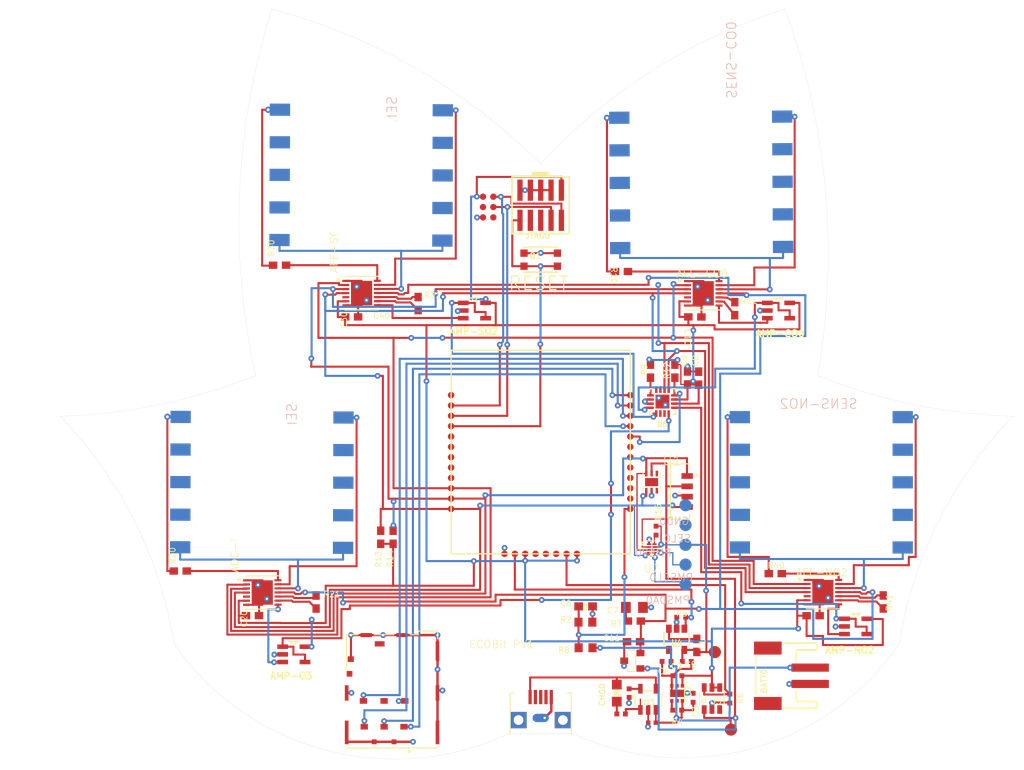
<source format=kicad_pcb>
(kicad_pcb (version 20211014) (generator pcbnew)
  (layers (0 "F.Cu" signal) (1 "In1.Cu" signal) (2 "In2.Cu" signal) (31 "B.Cu" signal) (34 "B.Paste" user) (35 "F.Paste" user) (36 "B.SilkS" user "B.Silkscreen") (37 "F.SilkS" user "F.Silkscreen") (38 "B.Mask" user) (39 "F.Mask" user) (44 "Edge.Cuts" user))
  (net 0 "")
  (net 1 "GND")
  (net 2 "RESET")
  (net 3 "VSS(GND)")
  (net 4 "SWDIO")
  (net 5 "SWCLK")
  (net 6 "VBAT")
  (net 7 "VBUS")
  (net 8 "N$4")
  (net 9 "N$3")
  (net 10 "N$10")
  (net 11 "R-EN")
  (net 12 "VDD")
  (net 13 "5VBOOSTEN")
  (net 14 "N$2")
  (net 15 "5VBUS")
  (net 16 "3V3ACC")
  (net 17 "3V3EN")
  (net 18 "VPP")
  (net 19 "SDA")
  (net 20 "SCL")
  (net 21 "N$8")
  (net 22 "N$9")
  (net 23 "N$11")
  (net 24 "SPEC-CO-COUNTER")
  (net 25 "SPEC-CO-REF")
  (net 26 "SPEC-CO-WKG")
  (net 27 "VREFADC")
  (net 28 "N$12")
  (net 29 "N$13")
  (net 30 "N$14")
  (net 31 "N$15")
  (net 32 "SPEC-O3-COUNTER")
  (net 33 "SPEC-O3-WKG")
  (net 34 "SPEC-O3-REF")
  (net 35 "N$16")
  (net 36 "N$17")
  (net 37 "N$18")
  (net 38 "SPEC-SO2-COUNTER")
  (net 39 "SPEC-SO2-REF")
  (net 40 "SPEC-SO2-WKG")
  (net 41 "N$19")
  (net 42 "N$20")
  (net 43 "N$21")
  (net 44 "SPEC-NO2-REF")
  (net 45 "SPEC-NO2-COUNTER")
  (net 46 "SPEC-NO2-WKG")
  (net 47 "VDIV")
  (net 48 "~{GASSENS-EN}")
  (net 49 "SO2-AMPVOUT")
  (net 50 "SO2VOUT")
  (net 51 "CO-AMPVOUT")
  (net 52 "COVOUT")
  (net 53 "ANTOUT")
  (net 54 "SIM1V8")
  (net 55 "SIMIO")
  (net 56 "SIMCLK")
  (net 57 "SIMRESET")
  (net 58 "O3-AMPVOUT")
  (net 59 "NO2-AMPVOUT")
  (net 60 "NO2VOUT")
  (net 61 "O3VOUT")
  (net 62 "~{DRDY}")
  (net 63 "~{RESET}")
  (net 64 "N$1")
  (net 65 "SCL5V")
  (net 66 "SDA5V")
  (footprint "EcobitNRF9160 EV3:RESC0402_N" (layer "F.Cu") (at 167.7163 143.523929 90)
    (fp_text reference "C3")
    (fp_text value "1uF")
  )
  (footprint "EcobitNRF9160 EV3:RESC0603_N" (layer "F.Cu") (at 167.0243 104.257766 -90)
    (fp_text reference "C9")
    (fp_text value "0.1uF")
  )
  (footprint "EcobitNRF9160 EV3:RESC0603_N" (layer "F.Cu") (at 133.950456 95.12202 -89.8)
    (fp_text reference "R31")
    (fp_text value "499k")
  )
  (footprint "EcobitNRF9160 EV3:SOT95P320X145-5N" (layer "F.Cu") (at 178.2003 95.977366)
    (fp_text reference "AMP-CO0")
    (fp_text value "MCP6041T-E/OT")
  )
  (footprint "EcobitNRF9160 EV3:R0603" (layer "F.Cu") (at 154.510278 137.378382)
    (fp_text reference "R8")
    (fp_text value "806k")
  )
  (footprint "EcobitNRF9160 EV3:R-PDSO-G6" (layer "F.Cu") (at 170.028465 143.616201)
    (fp_text reference "U5")
    (fp_text value "TPS22860DBVR" hide)
  )
  (footprint "EcobitNRF9160 EV3:SON50P400X400X80-15N" (layer "F.Cu") (at 127.008125 93.833804 0.2)
    (fp_text reference "AFE-SO2")
    (fp_text value "LMP91000SD/NOPB")
  )
  (footprint "EcobitNRF9160 EV3:RESC0603_N" (layer "F.Cu") (at 162.4777 103.419566 90)
    (fp_text reference "R9")
    (fp_text value "10k")
  )
  (footprint "EcobitNRF9160 EV3:0603-NO" (layer "F.Cu") (at 154.515443 132.299635 180)
    (fp_text reference "C6")
    (fp_text value "1nF")
  )
  (footprint "EcobitNRF9160 EV3:TI-S-PWSON-N6" (layer "F.Cu") (at 162.614625 117.043916)
    (fp_text reference "U$14" hide)
    (fp_text value "HDC1080" hide)
  )
  (footprint "EcobitNRF9160 EV3:RESC0402_N" (layer "F.Cu") (at 172.221021 143.622579 90)
    (fp_text reference "R6")
    (fp_text value "10K")
  )
  (footprint "EcobitNRF9160 EV3:FCI-10103594-0001LF" (layer "F.Cu") (at 149.0011 147.958966)
    (fp_text reference "JP1" hide)
    (fp_text value "USB-RECEPTABLE" hide)
  )
  (footprint "EcobitNRF9160 EV3:PSON35P135X100X50-8N" (layer "F.Cu") (at 162.6301 125.187366)
    (fp_text reference "U7")
    (fp_text value "PCA9306")
  )
  (footprint "EcobitNRF9160 EV3:RESC0603_N" (layer "F.Cu") (at 191.056384 131.759266 -90)
    (fp_text reference "R41")
    (fp_text value "499k")
  )
  (footprint "EcobitNRF9160 EV3:SON50P400X400X80-15N" (layer "F.Cu") (at 183.650346 130.552854)
    (fp_text reference "AFE-NO2")
    (fp_text value "LMP91000SD/NOPB")
  )
  (footprint "EcobitNRF9160 EV3:RESC0402_N" (layer "F.Cu") (at 165.782334 140.816126 180)
    (fp_text reference "C2")
    (fp_text value "1uF")
  )
  (footprint "EcobitNRF9160 EV3:RESC0603_N" (layer "F.Cu") (at 121.424534 131.767366 -89.8)
    (fp_text reference "R21")
    (fp_text value "499k")
  )
  (footprint "EcobitNRF9160 EV3:RESC0805_N" (layer "F.Cu") (at 160.559487 132.42526)
    (fp_text reference "C7")
    (fp_text value "10uF 10V 20% Tant")
  )
  (footprint "EcobitNRF9160 EV3:QFN50P300X300X80-16N" (layer "F.Cu") (at 163.9509 107.153366)
    (fp_text reference "U6")
    (fp_text value "ADS122C04")
  )
  (footprint "EcobitNRF9160 EV3:CHIPLED_0805_NOOUTLINE" (layer "F.Cu") (at 158.34664 142.950757 180)
    (fp_text reference "CHG0")
    (fp_text value "")
  )
  (footprint "EcobitNRF9160 EV3:JAE_SF72S006VBAR2500" (layer "F.Cu") (at 129.774337 142.502651)
    (fp_text reference "P1" hide)
    (fp_text value "SF72S006VBAR2500")
  )
  (footprint "EcobitNRF9160 EV3:SOT95P320X145-5N" (layer "F.Cu") (at 140.8623 95.977366)
    (fp_text reference "AMP-SO2")
    (fp_text value "MCP6041T-E/OT")
  )
  (footprint "EcobitNRF9160 EV3:TC2030-MCP-NL" (layer "F.Cu") (at 142.5495 80.729582 -90)
    (fp_text reference "J2" hide)
    (fp_text value "" hide)
  )
  (footprint "EcobitNRF9160 EV3:XDCR_VEML7700-TR" (layer "F.Cu") (at 166.434368 118.198338)
    (fp_text reference "U1")
    (fp_text value "VEML7700-TR")
  )
  (footprint "EcobitNRF9160 EV3:C-0402" (layer "F.Cu") (at 162.671393 146.578466 180)
    (fp_text reference "C1" hide)
    (fp_text value "10uF" hide)
  )
  (footprint "EcobitNRF9160 EV3:RESC0603_N" (layer "F.Cu") (at 172.830206 95.745013 -90.4)
    (fp_text reference "R11")
    (fp_text value "499k")
  )
  (footprint "EcobitNRF9160 EV3:RESC0402_N" (layer "F.Cu") (at 166.93894 139.070929 180)
    (fp_text reference "C5")
    (fp_text value "1uF")
  )
  (footprint "EcobitNRF9160 EV3:RESC0603_N" (layer "F.Cu") (at 129.3561 123.815766 -90)
    (fp_text reference "R13")
    (fp_text value "4.7k")
  )
  (footprint "EcobitNRF9160 EV3:RESC0603_N" (layer "F.Cu") (at 113.609796 133.435973 0.2)
    (fp_text reference "C20")
    (fp_text value "0.1uF")
  )
  (footprint "EcobitNRF9160 EV3:RESC0603_N" (layer "F.Cu") (at 160.399306 136.640438 180)
    (fp_text reference "C11")
    (fp_text value "0.1uF")
  )
  (footprint "EcobitNRF9160 EV3:RESC0603_N" (layer "F.Cu") (at 130.8801 123.815766 -90)
    (fp_text reference "R14")
    (fp_text value "4.7k")
  )
  (footprint "EcobitNRF9160 EV3:R0402" (layer "F.Cu") (at 158.870915 145.508104 180)
    (fp_text reference "R3" hide)
    (fp_text value "1k" hide)
  )
  (footprint "EcobitNRF9160 EV3:SOT25" (layer "F.Cu") (at 165.691256 136.342685 -90)
    (fp_text reference "U4")
    (fp_text value "AP3418" hide)
  )
  (footprint "EcobitNRF9160 EV3:JSTPH2" (layer "F.Cu") (at 178.386546 140.82161 90)
    (fp_text reference "BATT0")
    (fp_text value "3-6VDC")
  )
  (footprint "EcobitNRF9160 EV3:RESC0603_N" (layer "F.Cu") (at 158.913006 91.18172 -0.4)
    (fp_text reference "R10")
    (fp_text value "49.9k")
  )
  (footprint "EcobitNRF9160 EV3:R0402" (layer "F.Cu") (at 159.857915 142.94866 90)
    (fp_text reference "R1" hide)
    (fp_text value "10k" hide)
  )
  (footprint "EcobitNRF9160 EV3:RESC0603_N" (layer "F.Cu") (at 168.3959 104.283166 -90)
    (fp_text reference "C8")
    (fp_text value "0.1uF")
  )
  (footprint "EcobitNRF9160 EV3:R0603" (layer "F.Cu") (at 154.488975 134.239645 180)
    (fp_text reference "R2")
    (fp_text value "2M")
  )
  (footprint "EcobitNRF9160 EV3:SOT-23-3" (layer "F.Cu") (at 160.252865 138.977023 90)
    (fp_text reference "IC1")
    (fp_text value "ISL60002DIH320Z-TK" hide)
  )
  (footprint "EcobitNRF9160 EV3:RESC0402_N" (layer "F.Cu") (at 165.759812 145.04657)
    (fp_text reference "R4")
    (fp_text value "10K")
  )
  (footprint "EcobitNRF9160 EV3:2X05_1.27MM_SMT" (layer "F.Cu") (at 149.0011 83.048766 180)
    (fp_text reference "JTAG0")
    (fp_text value "")
  )
  (footprint "EcobitNRF9160 EV3:RESC0603_N" (layer "F.Cu") (at 104.741528 127.960688 0.2)
    (fp_text reference "R20")
    (fp_text value "49.9k")
  )
  (footprint "EcobitNRF9160 EV3:SOT23-5" (layer "F.Cu") (at 162.194471 143.711145)
    (fp_text reference "U3")
    (fp_text value "MCP73831T-2ACI/OT" hide)
  )
  (footprint "EcobitNRF9160 EV3:RESC0603_N" (layer "F.Cu") (at 182.449365 133.446501)
    (fp_text reference "C40")
    (fp_text value "0.1uF")
  )
  (footprint "EcobitNRF9160 EV3:SOT95P320X145-5N" (layer "F.Cu") (at 118.6881 138.192166)
    (fp_text reference "AMP-O3")
    (fp_text value "MCP6041T-E/OT")
  )
  (footprint "EcobitNRF9160 EV3:RESC0603_N" (layer "F.Cu") (at 125.781259 96.75877 0.2)
    (fp_text reference "C30")
    (fp_text value "0.1uF")
  )
  (footprint "EcobitNRF9160 EV3:RESC0402_N" (layer "F.Cu") (at 166.25075 133.640723)
    (fp_text reference "R5")
    (fp_text value "10K")
  )
  (footprint "EcobitNRF9160 EV3:RESC0402_N" (layer "F.Cu") (at 164.454428 139.056445)
    (fp_text reference "C4")
    (fp_text value "1uF")
  )
  (footprint "EcobitNRF9160 EV3:TP15R" (layer "F.Cu") (at 172.360537 147.427601)
    (fp_text reference "UNK5VBUS1" hide)
    (fp_text value "TPTP15R")
  )
  (footprint "EcobitNRF9160 EV3:RESC0603_N" (layer "F.Cu") (at 168.171737 137.093216 -90)
    (fp_text reference "L1")
    (fp_text value "22nH")
  )
  (footprint "EcobitNRF9160 EV3:SON50P400X400X80-15N" (layer "F.Cu") (at 114.811371 130.599132 0.2)
    (fp_text reference "ADC-O3")
    (fp_text value "LMP91000SD/NOPB")
  )
  (footprint "EcobitNRF9160 EV3:RESC0603_N" (layer "F.Cu") (at 116.939134 90.410495 0.2)
    (fp_text reference "R30")
    (fp_text value "49.9k")
  )
  (footprint "EcobitNRF9160 EV3:TP15R" (layer "F.Cu") (at 170.38705 137.911741)
    (fp_text reference "UNK5VBUS0" hide)
    (fp_text value "TPTP15R")
  )
  (footprint "EcobitNRF9160 EV3:RESC0603_N" (layer "F.Cu") (at 160.500834 134.102798)
    (fp_text reference "R7")
    (fp_text value "1k")
  )
  (footprint "EcobitNRF9160 EV3:SOT95P320X145-5N" (layer "F.Cu") (at 187.6745 134.763166)
    (fp_text reference "AMP-NO2")
    (fp_text value "MCP6041T-E/OT")
  )
  (footprint "EcobitNRF9160 EV3:RESC0603_N" (layer "F.Cu") (at 167.931171 96.761107 -0.4)
    (fp_text reference "C10")
    (fp_text value "0.1uF")
  )
  (footprint "EcobitNRF9160 EV3:RESC0402_N" (layer "F.Cu") (at 163.1635 123.002966 90)
    (fp_text reference "R16")
    (fp_text value "200K")
  )
  (footprint "EcobitNRF9160 EV3:NCP718-WDFN6" (layer "F.Cu") (at 165.746918 142.975154)
    (fp_text reference "U2")
    (fp_text value "NCP718" hide)
  )
  (footprint "EcobitNRF9160 EV3:RESC0603_N" (layer "F.Cu") (at 177.803462 128.279113)
    (fp_text reference "R40")
    (fp_text value "49.9k")
  )
  (footprint "EcobitNRF9160 EV3:SON50P400X400X80-15N" (layer "F.Cu") (at 168.9566 93.864357)
    (fp_text reference "AFE-CO0")
    (fp_text value "LMP91000SD/NOPB")
  )
  (footprint "EcobitNRF9160 EV3:RESC0603_N" (layer "F.Cu") (at 165.4749 103.419566 90)
    (fp_text reference "R12")
    (fp_text value "10k")
  )
  (footprint "EcobitNRF9160 EV3:NRF9160CASTALLATEDMODULE" (layer "F.Cu") (at 149.0011 113.350966 90)
    (fp_text reference "U$35" hide)
    (fp_text value "NRF9160MODULE" hide)
  )
  (footprint "EcobitNRF9160 EV3:BTN_KMR2_4.6X2.8" (layer "F.Cu") (at 149.0011 89.731776 180)
    (fp_text reference "Q1")
    (fp_text value "Btn" hide)
  )
  (footprint "EcobitNRF9160 EV3:TP15R" (layer "B.Cu") (at 166.783 124.742866 180)
    (fp_text reference "PM5V0")
    (fp_text value "TPTP15R")
  )
  (footprint "EcobitNRF9160 EV3:SPECSENSOR" (layer "B.Cu") (at 168.705456 80.236651 -179.6)
    (fp_text reference "SENS-CO0")
    (fp_text value "SPECSENSOR" hide)
  )
  (footprint "EcobitNRF9160 EV3:TP15R" (layer "B.Cu") (at 166.783 129.606966 180)
    (fp_text reference "PMSDA0")
    (fp_text value "TPTP15R")
  )
  (footprint "EcobitNRF9160 EV3:TP15R" (layer "B.Cu") (at 166.783 127.174916 180)
    (fp_text reference "PMSCL0")
    (fp_text value "TPTP15R")
  )
  (footprint "EcobitNRF9160 EV3:TP15R" (layer "B.Cu") (at 166.783 119.878766 180)
    (fp_text reference "GND0")
    (fp_text value "TPTP15R")
  )
  (footprint "EcobitNRF9160 EV3:SPECSENSOR" (layer "B.Cu") (at 183.451418 117.067185 180)
    (fp_text reference "SENS-NO2")
    (fp_text value "SPECSENSOR" hide)
  )
  (footprint "EcobitNRF9160 EV3:SPECSENSOR" (layer "B.Cu") (at 114.764171 117.076766 179.8)
    (fp_text reference "SENS-O3")
    (fp_text value "SPECSENSOR" hide)
  )
  (footprint "EcobitNRF9160 EV3:TP15R" (layer "B.Cu") (at 166.783 122.310816 180)
    (fp_text reference "SEL0")
    (fp_text value "TPTP15R")
  )
  (footprint "EcobitNRF9160 EV3:SPECSENSOR" (layer "B.Cu") (at 126.957584 79.353666 179.8)
    (fp_text reference "SENS-SO2")
    (fp_text value "SPECSENSOR" hide)
  )
  (gr_arc (start 116.0011 58.958966) (mid 133.751799 66.2867) (end 149.0011 77.958966) (layer "Edge.Cuts") (width 0.025))
  (gr_arc (start 179.0011 58.958966) (mid 183.963281 81.195661) (end 183.0011 103.958966) (layer "Edge.Cuts") (width 0.025))
  (gr_line (start 145.0011 147.958966) (end 153.0011 147.958966) (layer "Edge.Cuts") (width 0.025))
  (gr_arc (start 193.0011 136.958966) (mid 175.002937 149.738371) (end 153.001101 147.958967) (layer "Edge.Cuts") (width 0.025))
  (gr_arc (start 149.0011 77.958966) (mid 162.750401 66.484179) (end 179.0011 58.958966) (layer "Edge.Cuts") (width 0.025))
  (gr_arc (start 145.001099 147.958966) (mid 122.499263 149.920356) (end 104.0011 136.958966) (layer "Edge.Cuts") (width 0.025))
  (gr_arc (start 90.0011 108.958966) (mid 99.155906 121.881563) (end 104.0011 136.958966) (layer "Edge.Cuts") (width 0.025))
  (gr_arc (start 193.0011 136.958966) (mid 197.846294 121.881563) (end 207.0011 108.958966) (layer "Edge.Cuts") (width 0.025))
  (gr_arc (start 207.0011 108.958966) (mid 194.782378 107.50883) (end 183.0011 103.958966) (layer "Edge.Cuts") (width 0.025))
  (gr_arc (start 114.0011 103.958966) (mid 102.219822 107.50883) (end 90.0011 108.958966) (layer "Edge.Cuts") (width 0.025))
  (gr_arc (start 114.0011 103.958966) (mid 112.038919 81.327314) (end 116.0011 58.958966) (layer "Edge.Cuts") (width 0.025))
  (gr_text "RESET" (at 144.9517 93.589766) (layer "F.SilkS") (effects (font (size 1.63576 1.63576) (thickness 0.14224)) (justify left bottom)))
  (gr_text "ECOBit PV1" (at 140.1511 137.506366) (layer "F.SilkS") (effects (font (size 0.93472 0.93472) (thickness 0.08128)) (justify left bottom)))
  (segment (start 167.02634 102.829276) (end 167.02634 103.455726) (width 0.254) (layer "F.Cu") (net 1))
  (segment (start 181.715346 132.052854) (end 183.249365 132.052854) (width 0.254) (layer "F.Cu") (net 1))
  (segment (start 181.715346 129.052854) (end 183.650346 129.052854) (width 0.254) (layer "F.Cu") (net 1))
  (segment (start 146.4611 81.198766) (end 146.4611 81.197373) (width 0.254) (layer "F.Cu") (net 1))
  (segment (start 159.252865 138.977023) (end 159.252865 139.613676) (width 0.254) (layer "F.Cu") (net 1))
  (segment (start 163.9509 106.715476) (end 163.9509 107.153366) (width 0.254) (layer "F.Cu") (net 1))
  (segment (start 183.650346 129.052854) (end 183.650346 130.552854) (width 0.254) (layer "F.Cu") (net 1))
  (segment (start 125.179337 147.777651) (end 125.179337 148.927651) (width 0.3048) (layer "F.Cu") (net 1))
  (segment (start 162.186021 147.084282) (end 162.176393 147.084282) (width 0.254) (layer "F.Cu") (net 1))
  (segment (start 166.984368 118.692548) (end 165.49845 118.692548) (width 0.254) (layer "F.Cu") (net 1))
  (segment (start 183.249365 132.052854) (end 183.650346 132.052854) (width 0.254) (layer "F.Cu") (net 1))
  (segment (start 166.984368 118.833338) (end 166.984368 118.692548) (width 0.254) (layer "F.Cu") (net 1))
  (segment (start 182.477343 129.105201) (end 182.477343 129.379851) (width 0.254) (layer "F.Cu") (net 1))
  (segment (start 136.337946 137.777651) (end 136.329337 137.777651) (width 0.3048) (layer "F.Cu") (net 1))
  (segment (start 159.252865 138.977023) (end 159.252865 136.640438) (width 0.254) (layer "F.Cu") (net 1))
  (segment (start 168.9566 93.864357) (end 168.9566 95.172038) (width 0.254) (layer "F.Cu") (net 1))
  (segment (start 165.746918 142.975154) (end 167.010862 142.975154) (width 0.254) (layer "F.Cu") (net 1))
  (segment (start 165.691256 134.251223) (end 165.69105 134.251223) (width 0.254) (layer "F.Cu") (net 1))
  (segment (start 167.60459 95.34966) (end 168.747665 95.380973) (width 0.254) (layer "F.Cu") (net 1))
  (segment (start 148.976203 88.931776) (end 149.004362 88.903616) (width 0.254) (layer "F.Cu") (net 1))
  (segment (start 126.581253 96.755979) (end 126.576296 95.33532) (width 0.254) (layer "F.Cu") (net 1))
  (segment (start 133.317362 148.927651) (end 133.317362 148.924382) (width 0.3048) (layer "F.Cu") (net 1))
  (segment (start 162.2951 124.104885) (end 162.2951 124.662366) (width 0.254) (layer "F.Cu") (net 1))
  (segment (start 166.068906 139.979554) (end 167.496081 139.979554) (width 0.254) (layer "F.Cu") (net 1))
  (segment (start 175.928334 95.976051) (end 176.8287 95.976051) (width 0.254) (layer "F.Cu") (net 1))
  (segment (start 165.096918 140.951541) (end 165.232334 140.816126) (width 0.254) (layer "F.Cu") (net 1))
  (segment (start 182.086546 141.82161) (end 182.086546 141.826598) (width 0.254) (layer "F.Cu") (net 1))
  (segment (start 176.8287 95.976051) (end 176.8287 95.977366) (width 0.254) (layer "F.Cu") (net 1))
  (segment (start 125.179337 148.927651) (end 128.554337 148.927651) (width 0.3048) (layer "F.Cu") (net 1))
  (segment (start 155.365443 132.299635) (end 155.367009 132.299635) (width 0.254) (layer "F.Cu") (net 1))
  (segment (start 144.562231 125.113973) (end 144.562231 125.850966) (width 0.254) (layer "F.Cu") (net 1))
  (segment (start 151.0511 88.931776) (end 148.976203 88.931776) (width 0.254) (layer "F.Cu") (net 1))
  (segment (start 159.252865 139.613676) (end 159.234334 139.613676) (width 0.254) (layer "F.Cu") (net 1))
  (segment (start 167.010862 142.973929) (end 167.010862 142.96937) (width 0.254) (layer "F.Cu") (net 1))
  (segment (start 139.4907 95.977366) (end 139.42304 96.045026) (width 0.254) (layer "F.Cu") (net 1))
  (segment (start 170.346465 144.169829) (end 170.346465 144.109201) (width 0.254) (layer "F.Cu") (net 1))
  (segment (start 162.194471 146.578466) (end 162.201393 146.578466) (width 0.2032) (layer "F.Cu") (net 1))
  (segment (start 114.421625 132.100504) (end 114.816612 132.099123) (width 0.254) (layer "F.Cu") (net 1))
  (segment (start 114.426278 133.43312) (end 114.421625 132.100504) (width 0.254) (layer "F.Cu") (net 1))
  (segment (start 128.554337 148.927651) (end 130.994337 148.927651) (width 0.3048) (layer "F.Cu") (net 1))
  (segment (start 163.49574 106.715476) (end 163.9509 106.715476) (width 0.254) (layer "F.Cu") (net 1))
  (segment (start 182.477343 129.379851) (end 183.650346 130.552854) (width 0.254) (layer "F.Cu") (net 1))
  (segment (start 167.010862 142.973929) (end 167.010862 142.975154) (width 0.254) (layer "F.Cu") (net 1))
  (segment (start 114.811371 130.599132) (end 114.811371 130.199066) (width 0.254) (layer "F.Cu") (net 1))
  (segment (start 167.715075 142.975154) (end 167.7163 142.973929) (width 0.254) (layer "F.Cu") (net 1))
  (segment (start 182.086546 141.826598) (end 179.518875 141.826598) (width 0.254) (layer "F.Cu") (net 1))
  (segment (start 169.513543 94.421301) (end 169.513543 94.70056) (width 0.254) (layer "F.Cu") (net 1))
  (segment (start 161.79394 106.899366) (end 162.4777 106.899366) (width 0.254) (layer "F.Cu") (net 1))
  (segment (start 162.201393 146.578466) (end 162.201393 147.084282) (width 0.1524) (layer "F.Cu") (net 1))
  (segment (start 183.650346 132.052854) (end 183.650346 130.552854) (width 0.254) (layer "F.Cu") (net 1))
  (segment (start 168.3959 103.457766) (end 167.0243 103.457766) (width 0.254) (layer "F.Cu") (net 1))
  (segment (start 162.614625 118.093916) (end 162.614625 118.70536) (width 0.254) (layer "F.Cu") (net 1))
  (segment (start 186.3029 134.763166) (end 185.218209 134.763166) (width 0.254) (layer "F.Cu") (net 1))
  (segment (start 127.574337 135.827651) (end 125.703543 135.827651) (width 0.254) (layer "F.Cu") (net 1))
  (segment (start 149.0011 81.198766) (end 150.2711 81.198766) (width 0.254) (layer "F.Cu") (net 1))
  (segment (start 131.974337 135.827651) (end 129.651678 135.827651) (width 0.254) (layer "F.Cu") (net 1))
  (segment (start 165.691256 135.042685) (end 165.691256 134.251223) (width 0.254) (layer "F.Cu") (net 1))
  (segment (start 125.703543 135.827651) (end 125.703543 135.830691) (width 0.254) (layer "F.Cu") (net 1))
  (segment (start 172.221021 144.109201) (end 172.221021 144.172579) (width 0.254) (layer "F.Cu") (net 1))
  (segment (start 168.747665 95.380973) (end 168.73115 96.766695) (width 0.254) (layer "F.Cu") (net 1))
  (segment (start 136.329337 147.777651) (end 136.329337 142.927651) (width 0.3048) (layer "F.Cu") (net 1))
  (segment (start 147.7311 81.197373) (end 147.7311 81.198766) (width 0.254) (layer "F.Cu") (net 1))
  (segment (start 162.333278 124.066707) (end 162.2951 124.104885) (width 0.254) (layer "F.Cu") (net 1))
  (segment (start 114.816612 132.099123) (end 114.811371 130.599132) (width 0.254) (layer "F.Cu") (net 1))
  (segment (start 167.496081 139.979554) (end 167.48894 139.972413) (width 0.254) (layer "F.Cu") (net 1))
  (segment (start 168.9566 95.172038) (end 168.747665 95.380973) (width 0.254) (layer "F.Cu") (net 1))
  (segment (start 131.974337 135.827054) (end 131.974337 135.827651) (width 0.3048) (layer "F.Cu") (net 1))
  (segment (start 116.293134 138.192166) (end 117.3165 138.192166) (width 0.254) (layer "F.Cu") (net 1))
  (segment (start 136.329337 142.658966) (end 136.329337 142.927651) (width 0.3048) (layer "F.Cu") (net 1))
  (segment (start 165.096918 142.050154) (end 165.096918 140.951541) (width 0.254) (layer "F.Cu") (net 1))
  (segment (start 125.703543 138.777651) (end 125.679337 138.777651) (width 0.254) (layer "F.Cu") (net 1))
  (segment (start 136.288228 142.617857) (end 136.329337 142.658966) (width 0.254) (layer "F.Cu") (net 1))
  (segment (start 150.3011 145.186363) (end 149.488809 145.998654) (width 0.3048) (layer "F.Cu") (net 1))
  (segment (start 162.614625 118.70536) (end 162.612678 118.707307) (width 0.254) (layer "F.Cu") (net 1))
  (segment (start 144.562231 125.850966) (end 144.5561 125.850966) (width 0.254) (layer "F.Cu") (net 1))
  (segment (start 127.574337 135.827651) (end 129.651678 135.827651) (width 0.254) (layer "F.Cu") (net 1))
  (segment (start 141.9145 84.539582) (end 141.184031 84.539582) (width 0.254) (layer "F.Cu") (net 1))
  (segment (start 112.871146 129.105898) (end 114.82685 129.09907) (width 0.254) (layer "F.Cu") (net 1))
  (segment (start 165.096918 142.050154) (end 165.096918 142.975154) (width 0.254) (layer "F.Cu") (net 1))
  (segment (start 167.48894 139.972413) (end 167.48894 139.070929) (width 0.254) (layer "F.Cu") (net 1))
  (segment (start 170.028465 144.169829) (end 170.028562 144.169829) (width 0.254) (layer "F.Cu") (net 1))
  (segment (start 114.40979 133.433182) (end 114.426278 133.43312) (width 0.254) (layer "F.Cu") (net 1))
  (segment (start 167.0216 95.364357) (end 167.60459 95.34966) (width 0.254) (layer "F.Cu") (net 1))
  (segment (start 150.3011 143.433966) (end 150.3011 145.186363) (width 0.3048) (layer "F.Cu") (net 1))
  (segment (start 127.013362 95.333795) (end 127.008125 93.833804) (width 0.254) (layer "F.Cu") (net 1))
  (segment (start 155.367009 132.299635) (end 155.367009 133.225951) (width 0.254) (layer "F.Cu") (net 1))
  (segment (start 131.974337 135.827651) (end 131.959343 135.842645) (width 0.3048) (layer "F.Cu") (net 1))
  (segment (start 146.9511 88.931776) (end 148.976203 88.931776) (width 0.254) (layer "F.Cu") (net 1))
  (segment (start 167.0216 92.364357) (end 168.9566 92.350885) (width 0.254) (layer "F.Cu") (net 1))
  (segment (start 170.028562 144.169829) (end 170.346465 144.169829) (width 0.254) (layer "F.Cu") (net 1))
  (segment (start 147.076831 81.197373) (end 147.7311 81.197373) (width 0.254) (layer "F.Cu") (net 1))
  (segment (start 162.572543 132.42526) (end 162.572543 132.419382) (width 0.254) (layer "F.Cu") (net 1))
  (segment (start 146.4611 81.197373) (end 147.076831 81.197373) (width 0.254) (layer "F.Cu") (net 1))
  (segment (start 168.3959 103.483166) (end 168.3959 103.457766) (width 0.254) (layer "F.Cu") (net 1))
  (segment (start 116.293134 138.221935) (end 116.293134 138.192166) (width 0.254) (layer "F.Cu") (net 1))
  (segment (start 136.337946 140.041632) (end 136.337946 137.777651) (width 0.3048) (layer "F.Cu") (net 1))
  (segment (start 168.9566 93.864357) (end 169.513543 94.421301) (width 0.254) (layer "F.Cu") (net 1))
  (segment (start 125.078371 95.340551) (end 126.576296 95.33532) (width 0.254) (layer "F.Cu") (net 1))
  (segment (start 170.346465 144.109201) (end 172.221021 144.109201) (width 0.254) (layer "F.Cu") (net 1))
  (segment (start 126.576296 95.33532) (end 127.013362 95.333795) (width 0.254) (layer "F.Cu") (net 1))
  (segment (start 125.747818 142.927651) (end 125.179337 142.927651) (width 0.3048) (layer "F.Cu") (net 1))
  (segment (start 155.367009 134.239645) (end 155.367009 133.225951) (width 0.254) (layer "F.Cu") (net 1))
  (segment (start 125.703543 135.830691) (end 125.703543 138.777651) (width 0.254) (layer "F.Cu") (net 1))
  (segment (start 183.249365 133.446501) (end 183.249365 132.052854) (width 0.254) (layer "F.Cu") (net 1))
  (segment (start 112.881618 132.105879) (end 114.421625 132.100504) (width 0.254) (layer "F.Cu") (net 1))
  (segment (start 168.9566 92.350885) (end 168.9566 93.864357) (width 0.254) (layer "F.Cu") (net 1))
  (segment (start 114.811371 130.199066) (end 114.28439 129.672085) (width 0.254) (layer "F.Cu") (net 1))
  (segment (start 165.70075 133.640723) (end 165.69105 133.640723) (width 0.254) (layer "F.Cu") (net 1))
  (segment (start 114.832084 130.599057) (end 114.811371 130.599132) (width 0.254) (layer "F.Cu") (net 1))
  (segment (start 136.337946 140.041632) (end 136.329337 140.041632) (width 0.3048) (layer "F.Cu") (net 1))
  (segment (start 161.559487 132.42526) (end 162.572543 132.42526) (width 0.254) (layer "F.Cu") (net 1))
  (segment (start 147.7311 81.198766) (end 149.0011 81.198766) (width 0.254) (layer "F.Cu") (net 1))
  (segment (start 159.857915 143.47366) (end 159.857915 144.172329) (width 0.254) (layer "F.Cu") (net 1))
  (segment (start 132.314337 143.907651) (end 132.316593 143.905395) (width 0.3048) (layer "F.Cu") (net 1))
  (segment (start 125.0679 92.34057) (end 127.00289 92.333813) (width 0.254) (layer "F.Cu") (net 1))
  (segment (start 165.69105 133.640723) (end 165.69105 134.251223) (width 0.254) (layer "F.Cu") (net 1))
  (segment (start 163.9509 106.823166) (end 163.9509 107.153366) (width 0.254) (layer "F.Cu") (net 1))
  (segment (start 185.218209 134.763166) (end 185.20135 134.780026) (width 0.254) (layer "F.Cu") (net 1))
  (segment (start 159.857915 144.172329) (end 159.841215 144.172329) (width 0.254) (layer "F.Cu") (net 1))
  (segment (start 114.82685 129.09907) (end 114.832084 130.599057) (width 0.254) (layer "F.Cu") (net 1))
  (segment (start 155.338975 134.239645) (end 155.367009 134.239645) (width 0.254) (layer "F.Cu") (net 1))
  (segment (start 136.329337 140.041632) (end 136.329337 142.658966) (width 0.3048) (layer "F.Cu") (net 1))
  (segment (start 161.79394 107.147276) (end 161.79394 106.899366) (width 0.254) (layer "F.Cu") (net 1))
  (segment (start 132.294796 143.927191) (end 131.57129 143.927191) (width 0.254) (layer "F.Cu") (net 1))
  (segment (start 141.184031 84.539582) (end 141.184031 84.550173) (width 0.254) (layer "F.Cu") (net 1))
  (segment (start 139.42304 96.045026) (end 138.82095 96.045026) (width 0.254) (layer "F.Cu") (net 1))
  (segment (start 167.7163 142.973929) (end 167.010862 142.973929) (width 0.254) (layer "F.Cu") (net 1))
  (segment (start 132.314337 143.907651) (end 132.294796 143.927191) (width 0.254) (layer "F.Cu") (net 1))
  (segment (start 165.232334 140.816126) (end 166.068906 139.979554) (width 0.254) (layer "F.Cu") (net 1))
  (segment (start 136.934571 142.617857) (end 136.288228 142.617857) (width 0.254) (layer "F.Cu") (net 1))
  (segment (start 183.177706 129.805563) (end 182.477343 129.105201) (width 0.254) (layer "F.Cu") (net 1))
  (segment (start 127.008125 93.833804) (end 127.008125 94.109551) (width 0.254) (layer "F.Cu") (net 1))
  (segment (start 163.904428 139.056445) (end 163.904428 140.816126) (width 0.254) (layer "F.Cu") (net 1))
  (segment (start 164.30854 107.553676) (end 163.9509 107.553676) (width 0.254) (layer "F.Cu") (net 1))
  (segment (start 127.00289 92.333813) (end 127.008125 93.833804) (width 0.254) (layer "F.Cu") (net 1))
  (segment (start 125.759631 142.915838) (end 125.747818 142.927651) (width 0.3048) (layer "F.Cu") (net 1))
  (segment (start 162.194471 145.011245) (end 162.194471 146.578466) (width 0.2032) (layer "F.Cu") (net 1))
  (segment (start 165.096918 142.975154) (end 165.746918 142.975154) (width 0.254) (layer "F.Cu") (net 1))
  (segment (start 129.651678 135.827651) (end 129.651678 135.830385) (width 0.254) (layer "F.Cu") (net 1))
  (segment (start 130.994337 148.927651) (end 133.317362 148.927651) (width 0.3048) (layer "F.Cu") (net 1))
  (segment (start 159.252865 136.640438) (end 159.599306 136.640438) (width 0.254) (layer "F.Cu") (net 1))
  (segment (start 161.79394 107.147276) (end 161.79394 107.407366) (width 0.254) (layer "F.Cu") (net 1))
  (segment (start 162.201393 147.084282) (end 162.176393 147.084282) (width 0.1524) (layer "F.Cu") (net 1))
  (segment (start 163.904428 140.816126) (end 165.232334 140.816126) (width 0.254) (layer "F.Cu") (net 1))
  (segment (start 170.028465 144.966201) (end 170.028465 144.169829) (width 0.254) (layer "F.Cu") (net 1))
  (segment (start 161.79394 107.407366) (end 162.4777 107.407366) (width 0.254) (layer "F.Cu") (net 1))
  (segment (start 163.9509 107.553676) (end 163.9509 107.153366) (width 0.254) (layer "F.Cu") (net 1))
  (segment (start 136.32925 135.827054) (end 136.329337 135.827141) (width 0.3048) (layer "F.Cu") (net 1))
  (segment (start 127.008125 94.109551) (end 127.611568 94.712995) (width 0.254) (layer "F.Cu") (net 1))
  (segment (start 136.329337 135.827141) (end 136.329337 137.777651) (width 0.3048) (layer "F.Cu") (net 1))
  (segment (start 167.0243 103.457766) (end 167.02634 103.455726) (width 0.254) (layer "F.Cu") (net 1))
  (segment (start 136.32925 135.827054) (end 131.974337 135.827054) (width 0.3048) (layer "F.Cu") (net 1))
  (via (at 115.370896 131.37246) (size 0.7064) (drill 0.3) (layers "F.Cu" "B.Cu") (net 1))
  (via (at 168.272318 93.036979) (size 0.7064) (drill 0.3) (layers "F.Cu" "B.Cu") (net 1))
  (via (at 165.49845 118.692548) (size 0.7064) (drill 0.3) (layers "F.Cu" "B.Cu") (net 1))
  (via (at 144.562231 125.113973) (size 0.7064) (drill 0.3) (layers "F.Cu" "B.Cu") (net 1))
  (via (at 138.82095 96.045026) (size 0.7064) (drill 0.3) (layers "F.Cu" "B.Cu") (net 1))
  (via (at 165.69105 134.251223) (size 0.7064) (drill 0.3) (layers "F.Cu" "B.Cu") (net 1))
  (via (at 116.293134 138.221935) (size 0.7064) (drill 0.3) (layers "F.Cu" "B.Cu") (net 1))
  (via (at 125.759631 142.915838) (size 0.7064) (drill 0.3) (layers "F.Cu" "B.Cu") (net 1))
  (via (at 175.928334 95.976051) (size 0.7064) (drill 0.3) (layers "F.Cu" "B.Cu") (net 1))
  (via (at 162.612678 118.707307) (size 0.7064) (drill 0.3) (layers "F.Cu" "B.Cu") (net 1))
  (via (at 131.57129 143.927191) (size 0.7064) (drill 0.3) (layers "F.Cu" "B.Cu") (net 1))
  (via (at 159.234334 139.613676) (size 0.7064) (drill 0.3) (layers "F.Cu" "B.Cu") (net 1))
  (via (at 162.572543 132.419382) (size 0.7064) (drill 0.3) (layers "F.Cu" "B.Cu") (net 1))
  (via (at 141.184031 84.550173) (size 0.7064) (drill 0.3) (layers "F.Cu" "B.Cu") (net 1))
  (via (at 162.333278 124.066707) (size 0.7064) (drill 0.3) (layers "F.Cu" "B.Cu") (net 1))
  (via (at 163.49574 106.715476) (size 0.7064) (drill 0.3) (layers "F.Cu" "B.Cu") (net 1))
  (via (at 155.367009 133.225951) (size 0.7064) (drill 0.3) (layers "F.Cu" "B.Cu") (net 1))
  (via (at 185.20135 134.780026) (size 0.7064) (drill 0.3) (layers "F.Cu" "B.Cu") (net 1))
  (via (at 149.488809 145.998654) (size 0.7064) (drill 0.3) (layers "F.Cu" "B.Cu") (net 1))
  (via (at 133.317362 148.924382) (size 0.7064) (drill 0.3) (layers "F.Cu" "B.Cu") (net 1))
  (via (at 125.703543 135.830691) (size 0.7064) (drill 0.3) (layers "F.Cu" "B.Cu") (net 1))
  (via (at 179.518875 141.826598) (size 0.7064) (drill 0.3) (layers "F.Cu" "B.Cu") (net 1))
  (via (at 170.028562 144.169829) (size 0.7064) (drill 0.3) (layers "F.Cu" "B.Cu") (net 1))
  (via (at 147.076831 81.197373) (size 0.7064) (drill 0.3) (layers "F.Cu" "B.Cu") (net 1))
  (via (at 159.841215 144.172329) (size 0.7064) (drill 0.3) (layers "F.Cu" "B.Cu") (net 1))
  (via (at 169.513543 94.70056) (size 0.7064) (drill 0.3) (layers "F.Cu" "B.Cu") (net 1))
  (via (at 136.337946 140.041632) (size 0.7064) (drill 0.3) (layers "F.Cu" "B.Cu") (net 1))
  (via (at 136.32925 135.827054) (size 0.7064) (drill 0.3) (layers "F.Cu" "B.Cu") (net 1))
  (via (at 167.010862 142.96937) (size 0.7064) (drill 0.3) (layers "F.Cu" "B.Cu") (net 1))
  (via (at 183.177706 129.805563) (size 0.7064) (drill 0.3) (layers "F.Cu" "B.Cu") (net 1))
  (via (at 129.651678 135.830385) (size 0.7064) (drill 0.3) (layers "F.Cu" "B.Cu") (net 1))
  (via (at 136.934571 142.617857) (size 0.7064) (drill 0.3) (layers "F.Cu" "B.Cu") (net 1))
  (via (at 184.289812 131.250751) (size 0.7064) (drill 0.3) (layers "F.Cu" "B.Cu") (net 1))
  (via (at 127.611568 94.712995) (size 0.7064) (drill 0.3) (layers "F.Cu" "B.Cu") (net 1))
  (via (at 149.004362 88.903616) (size 0.7064) (drill 0.3) (layers "F.Cu" "B.Cu") (net 1))
  (via (at 161.79394 107.147276) (size 0.7064) (drill 0.3) (layers "F.Cu" "B.Cu") (net 1))
  (via (at 162.176393 147.084282) (size 0.7064) (drill 0.3) (layers "F.Cu" "B.Cu") (net 1))
  (via (at 126.405693 93.041863) (size 0.7064) (drill 0.3) (layers "F.Cu" "B.Cu") (net 1))
  (via (at 114.28439 129.672085) (size 0.7064) (drill 0.3) (layers "F.Cu" "B.Cu") (net 1))
  (via (at 164.30854 107.553676) (size 0.7064) (drill 0.3) (layers "F.Cu" "B.Cu") (net 1))
  (via (at 167.02634 102.829276) (size 0.7064) (drill 0.3) (layers "F.Cu" "B.Cu") (net 1))
  (segment (start 149.488809 145.998654) (end 148.507925 145.998654) (width 1.016) (layer "B.Cu") (net 1))
  (segment (start 146.9511 90.531776) (end 148.978962 90.531776) (width 0.254) (layer "F.Cu") (net 2))
  (segment (start 148.978962 90.531776) (end 148.978962 90.529216) (width 0.254) (layer "F.Cu") (net 2))
  (segment (start 148.953562 110.175966) (end 148.978962 110.175966) (width 0.254) (layer "F.Cu") (net 2))
  (segment (start 146.4611 84.898766) (end 145.5105 84.898766) (width 0.254) (layer "F.Cu") (net 2))
  (segment (start 151.0511 90.531776) (end 148.978962 90.531776) (width 0.254) (layer "F.Cu") (net 2))
  (segment (start 145.5105 90.531776) (end 146.9511 90.531776) (width 0.254) (layer "F.Cu") (net 2))
  (segment (start 148.953562 110.175966) (end 138.0011 110.175966) (width 0.254) (layer "F.Cu") (net 2))
  (segment (start 148.953562 100.105016) (end 148.953562 110.175966) (width 0.254) (layer "F.Cu") (net 2))
  (segment (start 145.5105 84.898766) (end 145.5105 90.531776) (width 0.254) (layer "F.Cu") (net 2))
  (via (at 148.953562 100.105016) (size 0.7064) (drill 0.3) (layers "F.Cu" "B.Cu") (net 2))
  (via (at 148.978962 90.529216) (size 0.7064) (drill 0.3) (layers "F.Cu" "B.Cu") (net 2))
  (segment (start 148.978962 100.105016) (end 148.953562 100.105016) (width 0.254) (layer "B.Cu") (net 2))
  (segment (start 148.978962 90.529216) (end 148.978962 100.105016) (width 0.254) (layer "B.Cu") (net 2))
  (segment (start 151.5411 82.845566) (end 151.5411 84.898766) (width 0.254) (layer "F.Cu") (net 4))
  (segment (start 145.4089 82.845566) (end 151.5411 82.845566) (width 0.254) (layer "F.Cu") (net 4))
  (segment (start 138.0011 107.635966) (end 143.978031 107.635966) (width 0.254) (layer "F.Cu") (net 4))
  (segment (start 145.4089 82.010173) (end 145.4089 81.999582) (width 0.254) (layer "F.Cu") (net 4))
  (segment (start 143.1845 81.999582) (end 143.1845 82.010173) (width 0.254) (layer "F.Cu") (net 4))
  (segment (start 143.1845 82.010173) (end 144.105031 82.010173) (width 0.254) (layer "F.Cu") (net 4))
  (segment (start 143.978031 107.635966) (end 143.978031 100.171173) (width 0.254) (layer "F.Cu") (net 4))
  (segment (start 144.105031 82.010173) (end 145.4089 82.010173) (width 0.254) (layer "F.Cu") (net 4))
  (segment (start 145.4089 82.010173) (end 145.4089 82.845566) (width 0.254) (layer "F.Cu") (net 4))
  (via (at 144.105031 82.010173) (size 0.7064) (drill 0.3) (layers "F.Cu" "B.Cu") (net 4))
  (via (at 143.978031 100.171173) (size 0.7064) (drill 0.3) (layers "F.Cu" "B.Cu") (net 4))
  (segment (start 144.257431 82.162573) (end 144.257431 83.987866) (width 0.254) (layer "B.Cu") (net 4))
  (segment (start 144.391006 84.121441) (end 144.391006 99.758198) (width 0.254) (layer "B.Cu") (net 4))
  (segment (start 144.391006 84.121441) (end 144.257431 83.987866) (width 0.254) (layer "B.Cu") (net 4))
  (segment (start 144.105031 82.010173) (end 144.257431 82.162573) (width 0.254) (layer "B.Cu") (net 4))
  (segment (start 143.978031 100.171173) (end 144.391006 99.758198) (width 0.254) (layer "B.Cu") (net 4))
  (segment (start 143.1845 83.269582) (end 144.917831 83.269582) (width 0.254) (layer "F.Cu") (net 5))
  (segment (start 150.2711 83.254773) (end 150.2711 84.898766) (width 0.254) (layer "F.Cu") (net 5))
  (segment (start 144.917831 83.269582) (end 144.917831 83.254773) (width 0.254) (layer "F.Cu") (net 5))
  (segment (start 138.0011 108.905966) (end 144.892431 108.905966) (width 0.254) (layer "F.Cu") (net 5))
  (segment (start 144.917831 83.254773) (end 150.2711 83.254773) (width 0.254) (layer "F.Cu") (net 5))
  (segment (start 144.892431 108.905966) (end 144.892431 100.171173) (width 0.254) (layer "F.Cu") (net 5))
  (via (at 144.917831 83.254773) (size 0.7064) (drill 0.3) (layers "F.Cu" "B.Cu") (net 5))
  (via (at 144.892431 100.171173) (size 0.7064) (drill 0.3) (layers "F.Cu" "B.Cu") (net 5))
  (segment (start 144.892431 100.171173) (end 144.892431 83.254773) (width 0.254) (layer "B.Cu") (net 5))
  (segment (start 144.892431 83.254773) (end 144.917831 83.254773) (width 0.254) (layer "B.Cu") (net 5))
  (segment (start 163.144471 145.011245) (end 163.164471 145.031245) (width 0.254) (layer "F.Cu") (net 6))
  (segment (start 164.741256 137.642685) (end 165.004428 137.642685) (width 0.254) (layer "F.Cu") (net 6))
  (segment (start 166.316112 145.953245) (end 166.309812 145.953245) (width 0.254) (layer "F.Cu") (net 6))
  (segment (start 163.144471 146.578466) (end 163.141393 146.578466) (width 0.2032) (layer "F.Cu") (net 6))
  (segment (start 165.004428 137.642685) (end 165.004428 139.056445) (width 0.254) (layer "F.Cu") (net 6))
  (segment (start 165.004428 139.056445) (end 165.004428 139.657723) (width 0.254) (layer "F.Cu") (net 6))
  (segment (start 179.620475 139.82161) (end 179.620475 139.819998) (width 0.254) (layer "F.Cu") (net 6))
  (segment (start 166.309812 145.983138) (end 166.309812 145.953245) (width 0.254) (layer "F.Cu") (net 6))
  (segment (start 165.658481 145.983138) (end 166.309812 145.983138) (width 0.254) (layer "F.Cu") (net 6))
  (segment (start 166.309812 145.04657) (end 167.7163 145.04657) (width 0.254) (layer "F.Cu") (net 6))
  (segment (start 156.297946 137.388295) (end 155.360278 137.388295) (width 0.254) (layer "F.Cu") (net 6))
  (segment (start 166.309812 145.953245) (end 166.309812 145.04657) (width 0.254) (layer "F.Cu") (net 6))
  (segment (start 167.7163 145.04657) (end 167.7163 144.073929) (width 0.254) (layer "F.Cu") (net 6))
  (segment (start 166.309812 145.04657) (end 166.396918 144.959463) (width 0.254) (layer "F.Cu") (net 6))
  (segment (start 163.144471 145.011245) (end 163.144471 146.578466) (width 0.2032) (layer "F.Cu") (net 6))
  (segment (start 165.658481 146.578466) (end 165.658481 145.983138) (width 0.254) (layer "F.Cu") (net 6))
  (segment (start 166.396918 144.959463) (end 166.396918 143.900154) (width 0.254) (layer "F.Cu") (net 6))
  (segment (start 155.360278 137.388295) (end 155.360278 137.378382) (width 0.254) (layer "F.Cu") (net 6))
  (segment (start 165.004428 139.657723) (end 165.007621 139.657723) (width 0.254) (layer "F.Cu") (net 6))
  (segment (start 182.086546 139.82161) (end 179.620475 139.82161) (width 0.254) (layer "F.Cu") (net 6))
  (segment (start 163.144471 146.598185) (end 163.144471 146.578466) (width 0.254) (layer "F.Cu") (net 6))
  (segment (start 163.141393 146.578466) (end 165.658481 146.578466) (width 0.254) (layer "F.Cu") (net 6))
  (via (at 165.658481 145.983138) (size 0.7064) (drill 0.3) (layers "F.Cu" "B.Cu") (net 6))
  (via (at 156.297946 137.388295) (size 0.7064) (drill 0.3) (layers "F.Cu" "B.Cu") (net 6))
  (via (at 179.620475 139.819998) (size 0.7064) (drill 0.3) (layers "F.Cu" "B.Cu") (net 6))
  (via (at 165.007621 139.657723) (size 0.7064) (drill 0.3) (layers "F.Cu" "B.Cu") (net 6))
  (segment (start 172.182046 146.313338) (end 172.182046 145.275213) (width 0.254) (layer "B.Cu") (net 6))
  (segment (start 172.2059 139.819998) (end 179.620475 139.819998) (width 0.254) (layer "B.Cu") (net 6))
  (segment (start 172.182046 146.313338) (end 165.988681 146.313338) (width 0.254) (layer "B.Cu") (net 6))
  (segment (start 165.658481 145.983138) (end 165.988681 146.313338) (width 0.254) (layer "B.Cu") (net 6))
  (segment (start 165.007621 139.657723) (end 165.658481 139.657723) (width 0.254) (layer "B.Cu") (net 6))
  (segment (start 172.2059 145.275213) (end 172.2059 139.819998) (width 0.254) (layer "B.Cu") (net 6))
  (segment (start 172.182046 145.275213) (end 172.2059 145.275213) (width 0.254) (layer "B.Cu") (net 6))
  (segment (start 156.297946 137.388295) (end 165.007621 137.388295) (width 0.254) (layer "B.Cu") (net 6))
  (segment (start 165.658481 139.657723) (end 165.658481 145.983138) (width 0.254) (layer "B.Cu") (net 6))
  (segment (start 165.007621 137.388295) (end 165.007621 139.657723) (width 0.254) (layer "B.Cu") (net 6))
  (segment (start 163.144471 142.411045) (end 163.144471 141.03071) (width 0.254) (layer "F.Cu") (net 7))
  (segment (start 147.7011 141.03071) (end 158.34664 141.03071) (width 0.254) (layer "F.Cu") (net 7))
  (segment (start 147.7011 143.433966) (end 147.7011 141.03071) (width 0.254) (layer "F.Cu") (net 7))
  (segment (start 158.34664 141.03071) (end 158.34664 141.900757) (width 0.254) (layer "F.Cu") (net 7))
  (segment (start 163.144471 141.03071) (end 158.34664 141.03071) (width 0.254) (layer "F.Cu") (net 7))
  (segment (start 163.174471 142.381045) (end 163.144471 142.411045) (width 0.254) (layer "F.Cu") (net 7))
  (segment (start 158.345915 144.000757) (end 158.345915 145.508104) (width 0.254) (layer "F.Cu") (net 8))
  (segment (start 158.34664 144.000757) (end 158.345915 144.000757) (width 0.254) (layer "F.Cu") (net 8))
  (segment (start 158.345915 145.508104) (end 158.334553 145.508104) (width 0.1524) (layer "F.Cu") (net 8))
  (segment (start 161.244471 145.011245) (end 161.244471 143.680323) (width 0.1524) (layer "F.Cu") (net 9))
  (segment (start 159.45434 144.910145) (end 161.244471 144.910145) (width 0.254) (layer "F.Cu") (net 9))
  (segment (start 159.395915 145.508104) (end 159.45434 145.508104) (width 0.254) (layer "F.Cu") (net 9))
  (segment (start 159.45434 145.508104) (end 159.45434 144.910145) (width 0.254) (layer "F.Cu") (net 9))
  (segment (start 159.395915 145.502816) (end 159.395915 145.508104) (width 0.1524) (layer "F.Cu") (net 9))
  (segment (start 159.473196 145.430823) (end 159.395915 145.508104) (width 0.1524) (layer "F.Cu") (net 9))
  (segment (start 161.244471 144.910145) (end 161.244471 145.011245) (width 0.254) (layer "F.Cu") (net 9))
  (segment (start 161.244471 142.42366) (end 161.244471 142.411045) (width 0.254) (layer "F.Cu") (net 10))
  (segment (start 159.857915 142.42366) (end 161.244471 142.42366) (width 0.254) (layer "F.Cu") (net 10))
  (segment (start 165.096918 144.933676) (end 165.209812 145.04657) (width 0.254) (layer "F.Cu") (net 11))
  (segment (start 165.096918 143.900154) (end 165.096918 144.933676) (width 0.254) (layer "F.Cu") (net 11))
  (segment (start 180.501178 133.446501) (end 181.649365 133.446501) (width 0.254) (layer "F.Cu") (net 12))
  (segment (start 147.0961 125.850966) (end 147.0961 126.689626) (width 0.254) (layer "F.Cu") (net 12))
  (segment (start 165.4749 102.619566) (end 166.2115 102.619566) (width 0.1524) (layer "F.Cu") (net 12))
  (segment (start 165.4241 107.407366) (end 168.3959 107.407366) (width 0.254) (layer "F.Cu") (net 12))
  (segment (start 170.028465 142.266201) (end 170.028465 140.818148) (width 0.254) (layer "F.Cu") (net 12))
  (segment (start 168.3959 107.407366) (end 168.3959 105.083166) (width 0.254) (layer "F.Cu") (net 12))
  (segment (start 142.2339 95.037566) (end 143.4785 95.037566) (width 0.254) (layer "F.Cu") (net 12))
  (segment (start 134.97205 97.773507) (end 134.97205 104.641979) (width 0.254) (layer "F.Cu") (net 12))
  (segment (start 165.4241 106.899366) (end 167.0243 106.899366) (width 0.254) (layer "F.Cu") (net 12))
  (segment (start 111.925031 131.609213) (end 111.931431 133.441829) (width 0.254) (layer "F.Cu") (net 12))
  (segment (start 124.094106 96.779366) (end 124.981318 96.77627) (width 0.254) (layer "F.Cu") (net 12))
  (segment (start 179.5719 95.037566) (end 180.7657 95.037566) (width 0.254) (layer "F.Cu") (net 12))
  (segment (start 141.158631 81.984773) (end 141.158631 79.568966) (width 0.254) (layer "F.Cu") (net 12))
  (segment (start 141.158631 81.999582) (end 141.158631 81.984773) (width 0.254) (layer "F.Cu") (net 12))
  (segment (start 170.019275 140.818148) (end 170.028465 140.818148) (width 0.254) (layer "F.Cu") (net 12))
  (segment (start 183.6613 137.049166) (end 191.0019 137.049166) (width 0.254) (layer "F.Cu") (net 12))
  (segment (start 165.4749 102.619566) (end 165.4749 102.041876) (width 0.254) (layer "F.Cu") (net 12))
  (segment (start 165.4749 102.041876) (end 165.80714 102.041876) (width 0.254) (layer "F.Cu") (net 12))
  (segment (start 170.019275 139.870798) (end 170.019275 140.818148) (width 0.254) (layer "F.Cu") (net 12))
  (segment (start 166.2115 102.619566) (end 166.2115 105.057766) (width 0.1524) (layer "F.Cu") (net 12))
  (segment (start 166.396918 140.88071) (end 166.332334 140.816126) (width 0.254) (layer "F.Cu") (net 12))
  (segment (start 134.97205 97.773507) (end 124.981262 97.773507) (width 0.254) (layer "F.Cu") (net 12))
  (segment (start 162.32734 102.619566) (end 162.32734 101.991076) (width 0.254) (layer "F.Cu") (net 12))
  (segment (start 181.715346 131.552854) (end 180.501178 131.552854) (width 0.254) (layer "F.Cu") (net 12))
  (segment (start 120.865134 137.252366) (end 120.865134 137.256735) (width 0.254) (layer "F.Cu") (net 12))
  (segment (start 120.8725 133.929335) (end 120.8725 134.34842) (width 0.254) (layer "F.Cu") (net 12))
  (segment (start 180.501178 133.446501) (end 180.501178 134.905854) (width 0.254) (layer "F.Cu") (net 12))
  (segment (start 130.8801 124.615766) (end 129.3561 124.615766) (width 0.254) (layer "F.Cu") (net 12))
  (segment (start 191.0019 133.848766) (end 189.0461 133.848766) (width 0.254) (layer "F.Cu") (net 12))
  (segment (start 122.604231 134.34842) (end 120.8725 134.34842) (width 0.254) (layer "F.Cu") (net 12))
  (segment (start 153.4461 125.850966) (end 153.467187 125.850966) (width 0.254) (layer "F.Cu") (net 12))
  (segment (start 167.7609 97.773507) (end 170.3517 97.773507) (width 0.254) (layer "F.Cu") (net 12))
  (segment (start 124.981262 97.773507) (end 124.981262 96.761563) (width 0.254) (layer "F.Cu") (net 12))
  (segment (start 142.250831 95.037566) (end 142.2339 95.037566) (width 0.254) (layer "F.Cu") (net 12))
  (segment (start 124.08735 94.844004) (end 124.094106 96.779366) (width 0.254) (layer "F.Cu") (net 12))
  (segment (start 134.975684 104.645613) (end 134.97205 104.641979) (width 0.254) (layer "F.Cu") (net 12))
  (segment (start 120.8725 134.34842) (end 117.104496 134.34842) (width 0.254) (layer "F.Cu") (net 12))
  (segment (start 125.076625 94.840554) (end 124.08735 94.844004) (width 0.254) (layer "F.Cu") (net 12))
  (segment (start 147.0961 126.689626) (end 147.091787 126.689626) (width 0.254) (layer "F.Cu") (net 12))
  (segment (start 120.0597 137.252366) (end 120.865134 137.252366) (width 0.254) (layer "F.Cu") (net 12))
  (segment (start 181.649365 133.446501) (end 181.7055 133.446501) (width 0.254) (layer "F.Cu") (net 12))
  (segment (start 166.332334 140.816126) (end 166.334356 140.818148) (width 0.254) (layer "F.Cu") (net 12))
  (segment (start 111.931431 134.329673) (end 117.08575 134.329673) (width 0.254) (layer "F.Cu") (net 12))
  (segment (start 189.0461 133.848766) (end 189.0461 133.823366) (width 0.254) (layer "F.Cu") (net 12))
  (segment (start 111.931431 133.441829) (end 111.931431 134.329673) (width 0.254) (layer "F.Cu") (net 12))
  (segment (start 181.649365 133.446501) (end 181.649365 135.931566) (width 0.254) (layer "F.Cu") (net 12))
  (segment (start 111.931431 133.441829) (end 112.8098 133.438766) (width 0.254) (layer "F.Cu") (net 12))
  (segment (start 183.6613 135.931566) (end 183.6613 137.049166) (width 0.254) (layer "F.Cu") (net 12))
  (segment (start 112.879871 131.605882) (end 111.925031 131.609213) (width 0.254) (layer "F.Cu") (net 12))
  (segment (start 180.7657 98.288766) (end 170.3517 98.288766) (width 0.254) (layer "F.Cu") (net 12))
  (segment (start 167.73754 98.409676) (end 167.7609 98.409676) (width 0.254) (layer "F.Cu") (net 12))
  (segment (start 141.9145 81.999582) (end 141.158631 81.999582) (width 0.254) (layer "F.Cu") (net 12))
  (segment (start 191.0019 137.049166) (end 191.0019 133.848766) (width 0.254) (layer "F.Cu") (net 12))
  (segment (start 151.5411 79.568966) (end 151.5411 81.198766) (width 0.254) (layer "F.Cu") (net 12))
  (segment (start 167.0243 106.899366) (end 167.0243 105.057766) (width 0.254) (layer "F.Cu") (net 12))
  (segment (start 168.3959 105.083166) (end 167.71214 105.083166) (width 0.254) (layer "F.Cu") (net 12))
  (segment (start 166.034068 94.831632) (end 166.029471 96.755726) (width 0.254) (layer "F.Cu") (net 12))
  (segment (start 166.2115 105.057766) (end 167.0243 105.057766) (width 0.1524) (layer "F.Cu") (net 12))
  (segment (start 167.7609 98.409676) (end 167.7609 97.773507) (width 0.254) (layer "F.Cu") (net 12))
  (segment (start 181.649365 135.931566) (end 183.6613 135.931566) (width 0.254) (layer "F.Cu") (net 12))
  (segment (start 166.029471 96.755726) (end 167.13119 96.755523) (width 0.254) (layer "F.Cu") (net 12))
  (segment (start 180.501178 131.552854) (end 180.501178 133.446501) (width 0.254) (layer "F.Cu") (net 12))
  (segment (start 142.250831 94.557773) (end 142.250831 95.037566) (width 0.254) (layer "F.Cu") (net 12))
  (segment (start 143.4785 97.773507) (end 134.97205 97.773507) (width 0.254) (layer "F.Cu") (net 12))
  (segment (start 180.7657 95.037566) (end 180.7657 98.288766) (width 0.254) (layer "F.Cu") (net 12))
  (segment (start 170.3517 97.773507) (end 170.3517 98.288766) (width 0.254) (layer "F.Cu") (net 12))
  (segment (start 167.0216 94.864357) (end 166.034068 94.831632) (width 0.254) (layer "F.Cu") (net 12))
  (segment (start 167.13119 97.773507) (end 167.7609 97.773507) (width 0.254) (layer "F.Cu") (net 12))
  (segment (start 117.08575 134.329673) (end 117.104496 134.34842) (width 0.254) (layer "F.Cu") (net 12))
  (segment (start 122.604231 134.34842) (end 122.604231 129.76571) (width 0.254) (layer "F.Cu") (net 12))
  (segment (start 122.604231 129.76571) (end 130.8801 129.76571) (width 0.254) (layer "F.Cu") (net 12))
  (segment (start 170.019275 140.818148) (end 166.334356 140.818148) (width 0.254) (layer "F.Cu") (net 12))
  (segment (start 167.71214 105.057766) (end 167.71214 104.658076) (width 0.254) (layer "F.Cu") (net 12))
  (segment (start 130.8801 129.76571) (end 140.792587 129.76571) (width 0.254) (layer "F.Cu") (net 12))
  (segment (start 170.978465 142.266201) (end 170.028465 142.266201) (width 0.254) (layer "F.Cu") (net 12))
  (segment (start 141.158631 79.568966) (end 151.5411 79.568966) (width 0.254) (layer "F.Cu") (net 12))
  (segment (start 180.62935 135.034026) (end 180.501178 134.905854) (width 0.254) (layer "F.Cu") (net 12))
  (segment (start 120.890534 133.929335) (end 120.8725 133.929335) (width 0.254) (layer "F.Cu") (net 12))
  (segment (start 167.13119 96.755523) (end 167.13119 97.773507) (width 0.254) (layer "F.Cu") (net 12))
  (segment (start 130.8801 124.615766) (end 130.8801 129.76571) (width 0.254) (layer "F.Cu") (net 12))
  (segment (start 124.981318 96.77627) (end 124.981262 96.761563) (width 0.254) (layer "F.Cu") (net 12))
  (segment (start 167.71214 105.083166) (end 167.71214 105.057766) (width 0.254) (layer "F.Cu") (net 12))
  (segment (start 143.4785 95.037566) (end 143.4785 97.773507) (width 0.254) (layer "F.Cu") (net 12))
  (segment (start 167.13119 97.773507) (end 143.4785 97.773507) (width 0.254) (layer "F.Cu") (net 12))
  (segment (start 166.396918 142.050154) (end 166.396918 140.88071) (width 0.254) (layer "F.Cu") (net 12))
  (segment (start 153.467187 125.850966) (end 153.467187 126.689626) (width 0.254) (layer "F.Cu") (net 12))
  (segment (start 140.792587 129.76571) (end 140.792587 126.740426) (width 0.254) (layer "F.Cu") (net 12))
  (segment (start 162.4777 102.619566) (end 162.32734 102.619566) (width 0.254) (layer "F.Cu") (net 12))
  (segment (start 167.0243 105.057766) (end 167.71214 105.057766) (width 0.254) (layer "F.Cu") (net 12))
  (via (at 147.091787 126.689626) (size 0.7064) (drill 0.3) (layers "F.Cu" "B.Cu") (net 12))
  (via (at 134.975684 104.645613) (size 0.7064) (drill 0.3) (layers "F.Cu" "B.Cu") (net 12))
  (via (at 140.792587 126.740426) (size 0.7064) (drill 0.3) (layers "F.Cu" "B.Cu") (net 12))
  (via (at 120.890534 133.929335) (size 0.7064) (drill 0.3) (layers "F.Cu" "B.Cu") (net 12))
  (via (at 120.865134 137.256735) (size 0.7064) (drill 0.3) (layers "F.Cu" "B.Cu") (net 12))
  (via (at 170.019275 139.870798) (size 0.7064) (drill 0.3) (layers "F.Cu" "B.Cu") (net 12))
  (via (at 167.73754 98.409676) (size 0.7064) (drill 0.3) (layers "F.Cu" "B.Cu") (net 12))
  (via (at 153.467187 126.689626) (size 0.7064) (drill 0.3) (layers "F.Cu" "B.Cu") (net 12))
  (via (at 142.250831 94.557773) (size 0.7064) (drill 0.3) (layers "F.Cu" "B.Cu") (net 12))
  (via (at 165.80714 102.041876) (size 0.7064) (drill 0.3) (layers "F.Cu" "B.Cu") (net 12))
  (via (at 141.158631 81.984773) (size 0.7064) (drill 0.3) (layers "F.Cu" "B.Cu") (net 12))
  (via (at 167.71214 104.658076) (size 0.7064) (drill 0.3) (layers "F.Cu" "B.Cu") (net 12))
  (via (at 162.32734 101.991076) (size 0.7064) (drill 0.3) (layers "F.Cu" "B.Cu") (net 12))
  (via (at 180.62935 135.034026) (size 0.7064) (drill 0.3) (layers "F.Cu" "B.Cu") (net 12))
  (segment (start 140.4559 94.580366) (end 142.250831 94.580366) (width 0.254) (layer "B.Cu") (net 12))
  (segment (start 147.091787 126.689626) (end 153.467187 126.689626) (width 0.254) (layer "B.Cu") (net 12))
  (segment (start 140.4559 85.284373) (end 140.4559 94.580366) (width 0.254) (layer "B.Cu") (net 12))
  (segment (start 170.019275 139.870798) (end 170.019275 136.591966) (width 0.254) (layer "B.Cu") (net 12))
  (segment (start 180.62935 135.034026) (end 170.019275 135.034026) (width 0.254) (layer "B.Cu") (net 12))
  (segment (start 140.792587 126.738857) (end 140.792587 126.740426) (width 0.1524) (layer "B.Cu") (net 12))
  (segment (start 120.865134 137.256735) (end 120.890534 137.231335) (width 0.254) (layer "B.Cu") (net 12))
  (segment (start 120.890534 133.929335) (end 120.890534 137.231335) (width 0.254) (layer "B.Cu") (net 12))
  (segment (start 140.449831 81.984773) (end 140.449831 85.284373) (width 0.254) (layer "B.Cu") (net 12))
  (segment (start 140.792587 126.740426) (end 147.091787 126.740426) (width 0.254) (layer "B.Cu") (net 12))
  (segment (start 170.019275 136.591966) (end 170.019275 135.034026) (width 0.254) (layer "B.Cu") (net 12))
  (segment (start 134.978296 104.648226) (end 134.978296 126.740426) (width 0.254) (layer "B.Cu") (net 12))
  (segment (start 142.250831 94.580366) (end 142.250831 94.557773) (width 0.254) (layer "B.Cu") (net 12))
  (segment (start 147.091787 126.740426) (end 147.091787 126.689626) (width 0.254) (layer "B.Cu") (net 12))
  (segment (start 147.091787 126.689626) (end 147.091787 136.591966) (width 0.254) (layer "B.Cu") (net 12))
  (segment (start 162.32734 101.991076) (end 162.32734 102.041876) (width 0.254) (layer "B.Cu") (net 12))
  (segment (start 140.449831 85.284373) (end 140.4559 85.284373) (width 0.254) (layer "B.Cu") (net 12))
  (segment (start 167.73754 104.658076) (end 167.71214 104.658076) (width 0.254) (layer "B.Cu") (net 12))
  (segment (start 134.975684 104.645613) (end 134.978296 104.648226) (width 0.254) (layer "B.Cu") (net 12))
  (segment (start 162.32734 102.041876) (end 165.80714 102.041876) (width 0.254) (layer "B.Cu") (net 12))
  (segment (start 140.792587 126.740426) (end 134.978296 126.740426) (width 0.254) (layer "B.Cu") (net 12))
  (segment (start 167.73754 98.409676) (end 167.73754 104.658076) (width 0.254) (layer "B.Cu") (net 12))
  (segment (start 141.158631 81.984773) (end 140.449831 81.984773) (width 0.254) (layer "B.Cu") (net 12))
  (segment (start 147.091787 136.591966) (end 170.019275 136.591966) (width 0.254) (layer "B.Cu") (net 12))
  (segment (start 145.8261 130.215938) (end 145.8041 130.237938) (width 0.254) (layer "F.Cu") (net 13))
  (segment (start 166.80075 135.042685) (end 166.80075 133.640723) (width 0.254) (layer "F.Cu") (net 13))
  (segment (start 167.498918 130.237938) (end 167.498918 131.747595) (width 0.254) (layer "F.Cu") (net 13))
  (segment (start 145.8261 125.850966) (end 145.8261 130.215938) (width 0.254) (layer "F.Cu") (net 13))
  (segment (start 167.498918 131.747595) (end 167.519343 131.747595) (width 0.254) (layer "F.Cu") (net 13))
  (segment (start 167.48395 133.640723) (end 167.48395 133.665238) (width 0.254) (layer "F.Cu") (net 13))
  (segment (start 166.830743 133.640723) (end 166.80075 133.640723) (width 0.254) (layer "F.Cu") (net 13))
  (segment (start 166.641256 135.042685) (end 166.80075 135.042685) (width 0.254) (layer "F.Cu") (net 13))
  (segment (start 166.80075 133.640723) (end 167.48395 133.640723) (width 0.254) (layer "F.Cu") (net 13))
  (segment (start 145.8041 130.237938) (end 167.498918 130.237938) (width 0.254) (layer "F.Cu") (net 13))
  (via (at 167.519343 131.747595) (size 0.7064) (drill 0.3) (layers "F.Cu" "B.Cu") (net 13))
  (via (at 167.48395 133.665238) (size 0.7064) (drill 0.3) (layers "F.Cu" "B.Cu") (net 13))
  (segment (start 167.519343 133.665238) (end 167.48395 133.665238) (width 0.254) (layer "B.Cu") (net 13))
  (segment (start 167.519343 131.747595) (end 167.519343 133.665238) (width 0.254) (layer "B.Cu") (net 13))
  (segment (start 164.741256 135.042685) (end 164.759809 135.042685) (width 0.254) (layer "F.Cu") (net 14))
  (segment (start 164.759809 135.042685) (end 164.759809 136.316448) (width 0.254) (layer "F.Cu") (net 14))
  (segment (start 168.171737 136.316448) (end 168.171737 136.293216) (width 0.254) (layer "F.Cu") (net 14))
  (segment (start 164.759809 136.316448) (end 168.171737 136.316448) (width 0.254) (layer "F.Cu") (net 14))
  (segment (start 169.3357 137.911741) (end 170.38705 137.911741) (width 0.254) (layer "F.Cu") (net 15))
  (segment (start 168.171737 137.911741) (end 169.3357 137.911741) (width 0.254) (layer "F.Cu") (net 15))
  (segment (start 163.781078 124.701707) (end 163.781078 125.012366) (width 0.1524) (layer "F.Cu") (net 15))
  (segment (start 166.38894 137.642685) (end 166.641256 137.642685) (width 0.254) (layer "F.Cu") (net 15))
  (segment (start 163.781078 125.012366) (end 162.9651 125.012366) (width 0.1524) (layer "F.Cu") (net 15))
  (segment (start 168.171737 137.642685) (end 168.171737 137.893216) (width 0.254) (layer "F.Cu") (net 15))
  (segment (start 169.308075 130.371198) (end 169.3357 130.371198) (width 0.254) (layer "F.Cu") (net 15))
  (segment (start 166.641256 137.642685) (end 168.171737 137.642685) (width 0.254) (layer "F.Cu") (net 15))
  (segment (start 168.171737 137.893216) (end 168.171737 137.911741) (width 0.254) (layer "F.Cu") (net 15))
  (segment (start 163.1635 122.452966) (end 163.781078 122.452966) (width 0.1524) (layer "F.Cu") (net 15))
  (segment (start 163.781078 122.452966) (end 163.781078 124.701707) (width 0.1524) (layer "F.Cu") (net 15))
  (segment (start 169.3357 130.371198) (end 169.3357 137.911741) (width 0.254) (layer "F.Cu") (net 15))
  (segment (start 166.38894 139.070929) (end 166.38894 137.642685) (width 0.254) (layer "F.Cu") (net 15))
  (via (at 163.781078 124.701707) (size 0.7064) (drill 0.3) (layers "F.Cu" "B.Cu") (net 15))
  (via (at 169.308075 130.371198) (size 0.7064) (drill 0.3) (layers "F.Cu" "B.Cu") (net 15))
  (segment (start 169.308075 124.742866) (end 166.783 124.742866) (width 0.254) (layer "B.Cu") (net 15))
  (segment (start 163.781078 124.742866) (end 166.783 124.742866) (width 0.1524) (layer "B.Cu") (net 15))
  (segment (start 169.308075 130.371198) (end 169.308075 124.742866) (width 0.254) (layer "B.Cu") (net 15))
  (segment (start 163.781078 124.701707) (end 163.781078 124.742866) (width 0.1524) (layer "B.Cu") (net 15))
  (segment (start 164.421437 114.754966) (end 164.421437 117.563338) (width 0.254) (layer "F.Cu") (net 16))
  (segment (start 164.421437 128.914788) (end 164.421437 121.580566) (width 0.254) (layer "F.Cu") (net 16))
  (segment (start 166.984368 117.563338) (end 164.421437 117.563338) (width 0.254) (layer "F.Cu") (net 16))
  (segment (start 169.078465 146.000888) (end 172.322828 146.000888) (width 0.254) (layer "F.Cu") (net 16))
  (segment (start 162.2951 125.012366) (end 161.469678 125.012366) (width 0.1524) (layer "F.Cu") (net 16))
  (segment (start 172.322828 146.000888) (end 172.322828 146.009413) (width 0.254) (layer "F.Cu") (net 16))
  (segment (start 169.078465 144.966201) (end 169.078465 146.000888) (width 0.254) (layer "F.Cu") (net 16))
  (segment (start 161.469678 125.012366) (end 161.469678 121.580566) (width 0.1524) (layer "F.Cu") (net 16))
  (segment (start 172.360537 147.427601) (end 172.322828 147.427601) (width 0.254) (layer "F.Cu") (net 16))
  (segment (start 172.916246 146.009413) (end 172.860228 145.953395) (width 0.254) (layer "F.Cu") (net 16))
  (segment (start 162.121403 139.927023) (end 162.121403 139.923826) (width 0.254) (layer "F.Cu") (net 16))
  (segment (start 172.860228 128.914788) (end 172.860228 145.953395) (width 0.254) (layer "F.Cu") (net 16))
  (segment (start 164.421437 121.580566) (end 164.421437 117.563338) (width 0.254) (layer "F.Cu") (net 16))
  (segment (start 162.614625 115.993916) (end 162.614625 114.754966) (width 0.254) (layer "F.Cu") (net 16))
  (segment (start 161.252865 139.927023) (end 162.121403 139.927023) (width 0.254) (layer "F.Cu") (net 16))
  (segment (start 172.860228 128.914788) (end 164.421437 128.914788) (width 0.254) (layer "F.Cu") (net 16))
  (segment (start 162.614625 114.754966) (end 164.421437 114.754966) (width 0.254) (layer "F.Cu") (net 16))
  (segment (start 161.469678 121.580566) (end 164.421437 121.580566) (width 0.1524) (layer "F.Cu") (net 16))
  (segment (start 172.322828 147.427601) (end 172.322828 146.009413) (width 0.254) (layer "F.Cu") (net 16))
  (segment (start 172.322828 146.009413) (end 172.916246 146.009413) (width 0.254) (layer "F.Cu") (net 16))
  (via (at 172.916246 146.009413) (size 0.7064) (drill 0.3) (layers "F.Cu" "B.Cu") (net 16))
  (via (at 162.121403 139.923826) (size 0.7064) (drill 0.3) (layers "F.Cu" "B.Cu") (net 16))
  (segment (start 172.916246 146.009413) (end 172.916246 147.430957) (width 0.254) (layer "B.Cu") (net 16))
  (segment (start 163.481418 139.923826) (end 162.121403 139.923826) (width 0.254) (layer "B.Cu") (net 16))
  (segment (start 163.481418 147.430957) (end 163.481418 139.923826) (width 0.254) (layer "B.Cu") (net 16))
  (segment (start 172.916246 147.430957) (end 163.481418 147.430957) (width 0.254) (layer "B.Cu") (net 16))
  (segment (start 171.610465 143.072579) (end 172.221021 143.072579) (width 0.254) (layer "F.Cu") (net 17))
  (segment (start 152.1761 129.663482) (end 152.1541 129.685482) (width 0.254) (layer "F.Cu") (net 17))
  (segment (start 171.610465 143.123201) (end 171.610465 143.072579) (width 0.254) (layer "F.Cu") (net 17))
  (segment (start 169.078465 143.123201) (end 171.610465 143.123201) (width 0.254) (layer "F.Cu") (net 17))
  (segment (start 171.652668 142.504226) (end 172.221021 143.072579) (width 0.254) (layer "F.Cu") (net 17))
  (segment (start 169.078465 142.266201) (end 169.078465 143.123201) (width 0.254) (layer "F.Cu") (net 17))
  (segment (start 171.652668 129.685482) (end 171.652668 142.504226) (width 0.254) (layer "F.Cu") (net 17))
  (segment (start 152.1541 129.685482) (end 171.652668 129.685482) (width 0.254) (layer "F.Cu") (net 17))
  (segment (start 152.1761 125.850966) (end 152.1761 129.663482) (width 0.254) (layer "F.Cu") (net 17))
  (segment (start 141.564696 119.918695) (end 141.561793 119.918695) (width 0.254) (layer "F.Cu") (net 19))
  (segment (start 165.17279 120.103338) (end 166.984368 120.103338) (width 0.254) (layer "F.Cu") (net 19))
  (segment (start 129.624921 120.336113) (end 138.0011 120.336113) (width 0.254) (layer "F.Cu") (net 19))
  (segment (start 164.71494 105.680166) (end 164.7129 105.680166) (width 0.254) (layer "F.Cu") (net 19))
  (segment (start 122.550393 94.021801) (end 122.559534 94.030941) (width 0.254) (layer "F.Cu") (net 19))
  (segment (start 165.17279 119.894804) (end 165.17279 120.103338) (width 0.254) (layer "F.Cu") (net 19))
  (segment (start 112.876381 130.605888) (end 111.4484 130.605888) (width 0.254) (layer "F.Cu") (net 19))
  (segment (start 162.2951 126.047907) (end 161.850678 126.047907) (width 0.1524) (layer "F.Cu") (net 19))
  (segment (start 136.999784 94.287107) (end 136.991331 94.278654) (width 0.254) (layer "F.Cu") (net 19))
  (segment (start 162.746296 94.409498) (end 162.746296 93.850851) (width 0.254) (layer "F.Cu") (net 19))
  (segment (start 125.073134 93.84056) (end 123.964262 93.84056) (width 0.254) (layer "F.Cu") (net 19))
  (segment (start 123.11244 130.268213) (end 141.564696 130.268213) (width 0.254) (layer "F.Cu") (net 19))
  (segment (start 141.564696 120.335966) (end 138.0011 120.335966) (width 0.254) (layer "F.Cu") (net 19))
  (segment (start 129.624921 103.997179) (end 128.977656 103.997179) (width 0.254) (layer "F.Cu") (net 19))
  (segment (start 136.991331 93.850851) (end 162.746296 93.850851) (width 0.254) (layer "F.Cu") (net 19))
  (segment (start 141.564696 120.335966) (end 141.564696 119.918695) (width 0.254) (layer "F.Cu") (net 19))
  (segment (start 161.576993 118.750295) (end 161.964625 118.750295) (width 0.254) (layer "F.Cu") (net 19))
  (segment (start 129.3561 120.336113) (end 129.624921 120.336113) (width 0.254) (layer "F.Cu") (net 19))
  (segment (start 174.156275 127.595626) (end 169.189178 127.595626) (width 0.254) (layer "F.Cu") (net 19))
  (segment (start 123.964262 93.84056) (end 123.773881 94.030941) (width 0.254) (layer "F.Cu") (net 19))
  (segment (start 164.71494 101.965676) (end 164.71494 105.680166) (width 0.254) (layer "F.Cu") (net 19))
  (segment (start 138.0011 120.336113) (end 138.0011 120.335966) (width 0.254) (layer "F.Cu") (net 19))
  (segment (start 174.156275 130.552854) (end 174.156275 127.595626) (width 0.254) (layer "F.Cu") (net 19))
  (segment (start 136.991331 93.850851) (end 136.991331 94.278654) (width 0.254) (layer "F.Cu") (net 19))
  (segment (start 141.564696 130.268213) (end 141.564696 120.335966) (width 0.254) (layer "F.Cu") (net 19))
  (segment (start 111.4484 130.605888) (end 111.4484 134.848182) (width 0.254) (layer "F.Cu") (net 19))
  (segment (start 129.3561 123.015766) (end 129.3561 120.336113) (width 0.254) (layer "F.Cu") (net 19))
  (segment (start 181.715346 130.552854) (end 174.156275 130.552854) (width 0.254) (layer "F.Cu") (net 19))
  (segment (start 161.964625 118.750295) (end 161.964625 118.093916) (width 0.254) (layer "F.Cu") (net 19))
  (segment (start 123.773881 94.030941) (end 122.559534 94.030941) (width 0.254) (layer "F.Cu") (net 19))
  (segment (start 165.73094 100.949676) (end 164.71494 101.965676) (width 0.254) (layer "F.Cu") (net 19))
  (segment (start 123.11244 134.848182) (end 123.11244 130.268213) (width 0.254) (layer "F.Cu") (net 19))
  (segment (start 111.4484 134.848182) (end 123.11244 134.848182) (width 0.254) (layer "F.Cu") (net 19))
  (segment (start 162.746296 93.850851) (end 167.0216 93.864357) (width 0.254) (layer "F.Cu") (net 19))
  (segment (start 129.624921 103.997179) (end 129.624921 120.336113) (width 0.254) (layer "F.Cu") (net 19))
  (segment (start 169.189178 127.595626) (end 169.189178 100.949676) (width 0.254) (layer "F.Cu") (net 19))
  (segment (start 162.2951 125.712366) (end 162.2951 126.047907) (width 0.1524) (layer "F.Cu") (net 19))
  (segment (start 165.73094 100.949676) (end 169.189178 100.949676) (width 0.254) (layer "F.Cu") (net 19))
  (via (at 141.561793 119.918695) (size 0.7064) (drill 0.3) (layers "F.Cu" "B.Cu") (net 19))
  (via (at 165.17279 119.894804) (size 0.7064) (drill 0.3) (layers "F.Cu" "B.Cu") (net 19))
  (via (at 161.576993 118.750295) (size 0.7064) (drill 0.3) (layers "F.Cu" "B.Cu") (net 19))
  (via (at 136.999784 94.287107) (size 0.7064) (drill 0.3) (layers "F.Cu" "B.Cu") (net 19))
  (via (at 162.746296 94.409498) (size 0.7064) (drill 0.3) (layers "F.Cu" "B.Cu") (net 19))
  (via (at 128.977656 103.997179) (size 0.7064) (drill 0.3) (layers "F.Cu" "B.Cu") (net 19))
  (via (at 165.73094 100.949676) (size 0.7064) (drill 0.3) (layers "F.Cu" "B.Cu") (net 19))
  (via (at 122.550393 94.021801) (size 0.7064) (drill 0.3) (layers "F.Cu" "B.Cu") (net 19))
  (via (at 161.850678 126.047907) (size 0.7064) (drill 0.3) (layers "F.Cu" "B.Cu") (net 19))
  (segment (start 161.576993 118.750295) (end 161.484656 118.750295) (width 0.254) (layer "B.Cu") (net 19))
  (segment (start 161.850678 126.047907) (end 160.5219 126.047907) (width 0.1524) (layer "B.Cu") (net 19))
  (segment (start 141.561793 119.918695) (end 160.5219 119.918695) (width 0.254) (layer "B.Cu") (net 19))
  (segment (start 122.550393 103.997179) (end 128.977656 103.997179) (width 0.254) (layer "B.Cu") (net 19))
  (segment (start 162.744643 94.409498) (end 162.744643 100.949676) (width 0.254) (layer "B.Cu") (net 19))
  (segment (start 161.6649 119.920204) (end 161.484656 119.920204) (width 0.254) (layer "B.Cu") (net 19))
  (segment (start 122.550393 94.021801) (end 122.550393 96.023079) (width 0.254) (layer "B.Cu") (net 19))
  (segment (start 122.550393 96.023079) (end 136.999784 96.023079) (width 0.254) (layer "B.Cu") (net 19))
  (segment (start 161.484656 118.750295) (end 161.484656 119.920204) (width 0.254) (layer "B.Cu") (net 19))
  (segment (start 161.6649 119.918695) (end 161.6649 119.920204) (width 0.254) (layer "B.Cu") (net 19))
  (segment (start 162.746296 94.409498) (end 162.744643 94.409498) (width 0.254) (layer "B.Cu") (net 19))
  (segment (start 160.5219 119.918695) (end 161.6649 119.918695) (width 0.254) (layer "B.Cu") (net 19))
  (segment (start 136.999784 96.023079) (end 136.999784 94.287107) (width 0.254) (layer "B.Cu") (net 19))
  (segment (start 162.744643 100.949676) (end 165.73094 100.949676) (width 0.254) (layer "B.Cu") (net 19))
  (segment (start 160.5219 126.047907) (end 160.5219 119.918695) (width 0.1524) (layer "B.Cu") (net 19))
  (segment (start 165.17279 119.894804) (end 165.1489 119.918695) (width 0.254) (layer "B.Cu") (net 19))
  (segment (start 165.1489 119.918695) (end 161.6649 119.918695) (width 0.254) (layer "B.Cu") (net 19))
  (segment (start 122.550393 94.021801) (end 122.550393 103.997179) (width 0.254) (layer "B.Cu") (net 19))
  (segment (start 161.8523 125.390566) (end 161.8523 125.383766) (width 0.1524) (layer "F.Cu") (net 20))
  (segment (start 161.964625 114.111304) (end 166.965468 114.111304) (width 0.254) (layer "F.Cu") (net 20))
  (segment (start 164.217693 99.97361) (end 169.648178 99.97361) (width 0.254) (layer "F.Cu") (net 20))
  (segment (start 136.102931 93.882288) (end 136.102931 93.350863) (width 0.254) (layer "F.Cu") (net 20))
  (segment (start 160.8267 125.390566) (end 161.8523 125.390566) (width 0.1524) (layer "F.Cu") (net 20))
  (segment (start 161.551593 114.152895) (end 161.964625 114.152895) (width 0.254) (layer "F.Cu") (net 20))
  (segment (start 130.937387 119.08001) (end 138.0011 119.08001) (width 0.254) (layer "F.Cu") (net 20))
  (segment (start 120.838012 102.869198) (end 120.817318 102.869198) (width 0.254) (layer "F.Cu") (net 20))
  (segment (start 123.57144 135.307182) (end 123.57144 130.727213) (width 0.254) (layer "F.Cu") (net 20))
  (segment (start 142.211443 130.727213) (end 142.211443 119.065966) (width 0.254) (layer "F.Cu") (net 20))
  (segment (start 123.57144 130.727213) (end 142.211443 130.727213) (width 0.254) (layer "F.Cu") (net 20))
  (segment (start 125.07139 93.345738) (end 125.07139 93.340563) (width 0.254) (layer "F.Cu") (net 20))
  (segment (start 163.458481 99.96902) (end 164.217693 99.96902) (width 0.254) (layer "F.Cu") (net 20))
  (segment (start 110.9894 135.307182) (end 123.57144 135.307182) (width 0.254) (layer "F.Cu") (net 20))
  (segment (start 142.211443 118.648695) (end 142.196793 118.648695) (width 0.254) (layer "F.Cu") (net 20))
  (segment (start 142.211443 119.065966) (end 142.211443 118.648695) (width 0.254) (layer "F.Cu") (net 20))
  (segment (start 120.838012 102.869198) (end 130.309143 102.869198) (width 0.254) (layer "F.Cu") (net 20))
  (segment (start 142.211443 119.065966) (end 138.0011 119.065966) (width 0.254) (layer "F.Cu") (net 20))
  (segment (start 166.965468 116.293338) (end 166.984368 116.293338) (width 0.254) (layer "F.Cu") (net 20))
  (segment (start 161.8523 125.383766) (end 162.2951 125.383766) (width 0.1524) (layer "F.Cu") (net 20))
  (segment (start 138.0011 119.08001) (end 138.0011 119.065966) (width 0.254) (layer "F.Cu") (net 20))
  (segment (start 112.874637 130.105891) (end 112.874637 130.137388) (width 0.254) (layer "F.Cu") (net 20))
  (segment (start 136.102931 93.350863) (end 163.429618 93.350863) (width 0.254) (layer "F.Cu") (net 20))
  (segment (start 130.8801 122.346226) (end 130.911987 122.346226) (width 0.254) (layer "F.Cu") (net 20))
  (segment (start 164.217693 99.96902) (end 164.217693 99.97361) (width 0.254) (layer "F.Cu") (net 20))
  (segment (start 163.429618 92.834154) (end 163.429618 93.350863) (width 0.254) (layer "F.Cu") (net 20))
  (segment (start 112.874637 130.137388) (end 110.9894 130.137388) (width 0.254) (layer "F.Cu") (net 20))
  (segment (start 166.965468 114.111304) (end 166.965468 116.293338) (width 0.254) (layer "F.Cu") (net 20))
  (segment (start 123.490053 93.345738) (end 125.07139 93.345738) (width 0.254) (layer "F.Cu") (net 20))
  (segment (start 130.309143 102.869198) (end 130.309143 119.08001) (width 0.254) (layer "F.Cu") (net 20))
  (segment (start 130.8801 123.015766) (end 130.8801 122.346226) (width 0.254) (layer "F.Cu") (net 20))
  (segment (start 174.64179 127.165963) (end 174.64179 130.052854) (width 0.254) (layer "F.Cu") (net 20))
  (segment (start 163.429618 93.350863) (end 167.0216 93.364357) (width 0.254) (layer "F.Cu") (net 20))
  (segment (start 169.648178 127.165963) (end 174.64179 127.165963) (width 0.254) (layer "F.Cu") (net 20))
  (segment (start 169.648178 99.97361) (end 169.648178 127.165963) (width 0.254) (layer "F.Cu") (net 20))
  (segment (start 130.309143 119.08001) (end 130.937387 119.08001) (width 0.254) (layer "F.Cu") (net 20))
  (segment (start 120.838012 101.864676) (end 120.838012 102.869198) (width 0.254) (layer "F.Cu") (net 20))
  (segment (start 162.2951 125.383766) (end 162.2951 125.362366) (width 0.1524) (layer "F.Cu") (net 20))
  (segment (start 160.8267 115.993916) (end 160.8267 125.390566) (width 0.1524) (layer "F.Cu") (net 20))
  (segment (start 181.715346 130.052854) (end 174.64179 130.052854) (width 0.254) (layer "F.Cu") (net 20))
  (segment (start 161.964625 115.993916) (end 160.8267 115.993916) (width 0.1524) (layer "F.Cu") (net 20))
  (segment (start 130.937387 119.425226) (end 130.937387 119.08001) (width 0.254) (layer "F.Cu") (net 20))
  (segment (start 110.9894 130.137388) (end 110.9894 135.307182) (width 0.254) (layer "F.Cu") (net 20))
  (segment (start 164.194018 99.97361) (end 164.217693 99.97361) (width 0.254) (layer "F.Cu") (net 20))
  (segment (start 164.2049 105.680166) (end 164.194018 105.669285) (width 0.254) (layer "F.Cu") (net 20))
  (segment (start 164.194018 99.97361) (end 164.194018 105.669285) (width 0.254) (layer "F.Cu") (net 20))
  (segment (start 161.964625 114.152895) (end 161.964625 114.111304) (width 0.254) (layer "F.Cu") (net 20))
  (segment (start 161.964625 115.993916) (end 161.964625 114.152895) (width 0.254) (layer "F.Cu") (net 20))
  (via (at 130.937387 119.425226) (size 0.7064) (drill 0.3) (layers "F.Cu" "B.Cu") (net 20))
  (via (at 123.490053 93.345738) (size 0.7064) (drill 0.3) (layers "F.Cu" "B.Cu") (net 20))
  (via (at 130.911987 122.346226) (size 0.7064) (drill 0.3) (layers "F.Cu" "B.Cu") (net 20))
  (via (at 161.551593 114.152895) (size 0.7064) (drill 0.3) (layers "F.Cu" "B.Cu") (net 20))
  (via (at 136.102931 93.882288) (size 0.7064) (drill 0.3) (layers "F.Cu" "B.Cu") (net 20))
  (via (at 142.196793 118.648695) (size 0.7064) (drill 0.3) (layers "F.Cu" "B.Cu") (net 20))
  (via (at 163.458481 99.96902) (size 0.7064) (drill 0.3) (layers "F.Cu" "B.Cu") (net 20))
  (via (at 120.838012 101.864676) (size 0.7064) (drill 0.3) (layers "F.Cu" "B.Cu") (net 20))
  (via (at 163.429618 92.834154) (size 0.7064) (drill 0.3) (layers "F.Cu" "B.Cu") (net 20))
  (segment (start 161.551593 114.138366) (end 161.551593 114.152895) (width 0.254) (layer "B.Cu") (net 20))
  (segment (start 130.937387 119.425226) (end 130.937387 122.346226) (width 0.254) (layer "B.Cu") (net 20))
  (segment (start 130.937387 122.346226) (end 130.911987 122.346226) (width 0.254) (layer "B.Cu") (net 20))
  (segment (start 136.102931 95.520754) (end 123.490053 95.520754) (width 0.254) (layer "B.Cu") (net 20))
  (segment (start 163.455653 93.348888) (end 163.458481 93.348888) (width 0.254) (layer "B.Cu") (net 20))
  (segment (start 123.337193 93.345738) (end 123.337193 93.235001) (width 0.254) (layer "B.Cu") (net 20))
  (segment (start 163.458481 93.348888) (end 163.458481 99.96902) (width 0.254) (layer "B.Cu") (net 20))
  (segment (start 123.337193 93.235001) (end 120.870746 93.235001) (width 0.254) (layer "B.Cu") (net 20))
  (segment (start 159.1249 118.648695) (end 159.1249 114.138366) (width 0.254) (layer "B.Cu") (net 20))
  (segment (start 159.1249 114.138366) (end 161.551593 114.138366) (width 0.254) (layer "B.Cu") (net 20))
  (segment (start 136.102931 93.882288) (end 136.102931 95.520754) (width 0.254) (layer "B.Cu") (net 20))
  (segment (start 120.870746 101.864676) (end 120.838012 101.864676) (width 0.254) (layer "B.Cu") (net 20))
  (segment (start 163.455653 92.860188) (end 163.455653 93.348888) (width 0.254) (layer "B.Cu") (net 20))
  (segment (start 142.196793 118.648695) (end 159.1249 118.648695) (width 0.254) (layer "B.Cu") (net 20))
  (segment (start 123.490053 95.520754) (end 123.490053 93.345738) (width 0.254) (layer "B.Cu") (net 20))
  (segment (start 163.429618 92.834154) (end 163.455653 92.860188) (width 0.254) (layer "B.Cu") (net 20))
  (segment (start 120.870746 93.235001) (end 120.870746 101.864676) (width 0.254) (layer "B.Cu") (net 20))
  (segment (start 123.490053 93.345738) (end 123.337193 93.345738) (width 0.254) (layer "B.Cu") (net 20))
  (segment (start 172.824618 96.544995) (end 172.785434 96.532338) (width 0.254) (layer "F.Cu") (net 21))
  (segment (start 170.8916 94.864357) (end 171.511965 94.88872) (width 0.254) (layer "F.Cu") (net 21))
  (segment (start 172.785434 96.532338) (end 171.511965 94.88872) (width 0.254) (layer "F.Cu") (net 21))
  (segment (start 171.887171 94.398207) (end 172.83579 94.945035) (width 0.254) (layer "F.Cu") (net 22))
  (segment (start 170.8916 94.364357) (end 171.887171 94.398207) (width 0.254) (layer "F.Cu") (net 22))
  (segment (start 170.902021 91.187307) (end 170.8916 92.364357) (width 0.254) (layer "F.Cu") (net 23))
  (segment (start 159.712984 91.187307) (end 170.902021 91.187307) (width 0.254) (layer "F.Cu") (net 23))
  (segment (start 157.138318 72.320957) (end 157.138318 91.176135) (width 0.254) (layer "F.Cu") (net 24))
  (segment (start 157.138318 91.176135) (end 158.113025 91.176135) (width 0.254) (layer "F.Cu") (net 24))
  (via (at 157.138318 72.320957) (size 0.7564) (drill 0.35) (layers "F.Cu" "B.Cu") (net 24))
  (segment (start 157.138318 72.30666) (end 157.138318 72.320957) (width 0.254) (layer "B.Cu") (net 24))
  (segment (start 158.64985 72.30666) (end 157.138318 72.30666) (width 0.254) (layer "B.Cu") (net 24))
  (segment (start 170.8916 92.864357) (end 175.2285 92.864357) (width 0.254) (layer "F.Cu") (net 25))
  (segment (start 180.183043 72.174029) (end 180.183043 90.694166) (width 0.254) (layer "F.Cu") (net 25))
  (segment (start 175.2285 92.864357) (end 175.2285 90.694166) (width 0.254) (layer "F.Cu") (net 25))
  (segment (start 175.9397 90.694166) (end 176.1937 90.694166) (width 0.254) (layer "F.Cu") (net 25))
  (segment (start 180.183043 90.694166) (end 176.1937 90.694166) (width 0.254) (layer "F.Cu") (net 25))
  (segment (start 175.2285 90.694166) (end 175.9397 90.694166) (width 0.254) (layer "F.Cu") (net 25))
  (via (at 180.183043 72.174029) (size 0.7064) (drill 0.3) (layers "F.Cu" "B.Cu") (net 25))
  (segment (start 180.183043 72.167035) (end 180.183043 72.174029) (width 0.254) (layer "B.Cu") (net 25))
  (segment (start 178.649362 72.167035) (end 180.183043 72.167035) (width 0.254) (layer "B.Cu") (net 25))
  (segment (start 170.8916 93.364357) (end 177.122134 93.377879) (width 0.254) (layer "F.Cu") (net 26))
  (segment (start 177.122134 93.377879) (end 177.122134 93.385251) (width 0.254) (layer "F.Cu") (net 26))
  (via (at 177.122134 93.385251) (size 0.7064) (drill 0.3) (layers "F.Cu" "B.Cu") (net 26))
  (segment (start 177.137259 93.385251) (end 177.137259 89.525766) (width 0.254) (layer "B.Cu") (net 26))
  (segment (start 177.122134 93.385251) (end 177.137259 93.385251) (width 0.254) (layer "B.Cu") (net 26))
  (segment (start 178.761065 88.166645) (end 178.761065 89.525766) (width 0.254) (layer "B.Cu") (net 26))
  (segment (start 177.137259 89.525766) (end 177.0827 89.525766) (width 0.254) (layer "B.Cu") (net 26))
  (segment (start 178.761065 89.525766) (end 177.137259 89.525766) (width 0.254) (layer "B.Cu") (net 26))
  (segment (start 177.0827 89.525766) (end 158.761553 89.525766) (width 0.254) (layer "B.Cu") (net 26))
  (segment (start 158.761553 89.525766) (end 158.761553 88.30627) (width 0.254) (layer "B.Cu") (net 26))
  (segment (start 132.333546 93.815216) (end 132.733831 93.81382) (width 0.254) (layer "F.Cu") (net 27))
  (segment (start 131.420921 93.818401) (end 131.594012 93.990288) (width 0.254) (layer "F.Cu") (net 27))
  (segment (start 132.733831 93.81382) (end 132.733831 92.817888) (width 0.254) (layer "F.Cu") (net 27))
  (segment (start 161.300834 134.102798) (end 164.325384 134.102798) (width 0.254) (layer "F.Cu") (net 27))
  (segment (start 118.915884 130.785932) (end 119.483531 130.783951) (width 0.254) (layer "F.Cu") (net 27))
  (segment (start 161.252865 138.027023) (end 161.252865 136.640438) (width 0.254) (layer "F.Cu") (net 27))
  (segment (start 131.594012 93.990288) (end 132.161662 93.988307) (width 0.254) (layer "F.Cu") (net 27))
  (segment (start 120.068793 130.580779) (end 120.07339 130.585345) (width 0.254) (layer "F.Cu") (net 27))
  (segment (start 116.746359 130.592379) (end 118.714056 130.58551) (width 0.254) (layer "F.Cu") (net 27))
  (segment (start 132.161662 93.988307) (end 132.333546 93.815216) (width 0.254) (layer "F.Cu") (net 27))
  (segment (start 164.325384 130.86986) (end 143.458106 130.86986) (width 0.254) (layer "F.Cu") (net 27))
  (segment (start 164.325384 132.579707) (end 168.419865 132.579707) (width 0.254) (layer "F.Cu") (net 27))
  (segment (start 189.739968 130.552854) (end 189.740665 130.553551) (width 0.254) (layer "F.Cu") (net 27))
  (segment (start 124.725934 131.704901) (end 124.725934 131.846535) (width 0.254) (layer "F.Cu") (net 27))
  (segment (start 128.943112 93.827051) (end 131.420921 93.818401) (width 0.254) (layer "F.Cu") (net 27))
  (segment (start 164.325384 132.579707) (end 164.325384 130.86986) (width 0.254) (layer "F.Cu") (net 27))
  (segment (start 174.068034 93.877866) (end 174.277812 94.087645) (width 0.254) (layer "F.Cu") (net 27))
  (segment (start 118.714056 130.58551) (end 118.915884 130.785932) (width 0.254) (layer "F.Cu") (net 27))
  (segment (start 161.300834 134.102798) (end 161.300834 136.640438) (width 0.254) (layer "F.Cu") (net 27))
  (segment (start 143.458106 131.704901) (end 124.725934 131.704901) (width 0.254) (layer "F.Cu") (net 27))
  (segment (start 143.458106 130.86986) (end 143.458106 131.704901) (width 0.254) (layer "F.Cu") (net 27))
  (segment (start 119.683956 130.582123) (end 120.068793 130.580779) (width 0.254) (layer "F.Cu") (net 27))
  (segment (start 119.483531 130.783951) (end 119.683956 130.582123) (width 0.254) (layer "F.Cu") (net 27))
  (segment (start 185.585346 130.552854) (end 188.209712 130.552854) (width 0.254) (layer "F.Cu") (net 27))
  (segment (start 188.965018 130.74051) (end 189.152675 130.552854) (width 0.254) (layer "F.Cu") (net 27))
  (segment (start 170.8916 93.864357) (end 174.068034 93.877866) (width 0.254) (layer "F.Cu") (net 27))
  (segment (start 161.252865 136.640438) (end 161.199306 136.640438) (width 0.254) (layer "F.Cu") (net 27))
  (segment (start 188.397368 130.74051) (end 188.965018 130.74051) (width 0.254) (layer "F.Cu") (net 27))
  (segment (start 164.325384 134.102798) (end 164.325384 132.579707) (width 0.254) (layer "F.Cu") (net 27))
  (segment (start 132.733831 92.817888) (end 162.245881 92.817888) (width 0.254) (layer "F.Cu") (net 27))
  (segment (start 188.209712 130.552854) (end 188.397368 130.74051) (width 0.254) (layer "F.Cu") (net 27))
  (segment (start 189.152675 130.552854) (end 189.739968 130.552854) (width 0.254) (layer "F.Cu") (net 27))
  (segment (start 162.245881 92.817888) (end 162.245881 91.959107) (width 0.254) (layer "F.Cu") (net 27))
  (segment (start 168.419865 132.579707) (end 168.419865 132.622473) (width 0.254) (layer "F.Cu") (net 27))
  (segment (start 161.300834 136.640438) (end 161.252865 136.640438) (width 0.254) (layer "F.Cu") (net 27))
  (via (at 168.419865 132.622473) (size 0.7064) (drill 0.3) (layers "F.Cu" "B.Cu") (net 27))
  (via (at 162.245881 91.959107) (size 0.7064) (drill 0.3) (layers "F.Cu" "B.Cu") (net 27))
  (via (at 189.740665 130.553551) (size 0.7064) (drill 0.3) (layers "F.Cu" "B.Cu") (net 27))
  (via (at 120.07339 130.585345) (size 0.7064) (drill 0.3) (layers "F.Cu" "B.Cu") (net 27))
  (via (at 124.725934 131.846535) (size 0.7064) (drill 0.3) (layers "F.Cu" "B.Cu") (net 27))
  (via (at 174.277812 94.087645) (size 0.7064) (drill 0.3) (layers "F.Cu" "B.Cu") (net 27))
  (segment (start 181.490559 94.087645) (end 181.490559 99.111001) (width 0.254) (layer "B.Cu") (net 27))
  (segment (start 171.036065 132.622473) (end 182.4675 132.622473) (width 0.254) (layer "B.Cu") (net 27))
  (segment (start 182.4675 136.287166) (end 189.740665 136.287166) (width 0.254) (layer "B.Cu") (net 27))
  (segment (start 181.490559 94.087645) (end 174.277812 94.087645) (width 0.254) (layer "B.Cu") (net 27))
  (segment (start 168.419865 132.622473) (end 171.0121 132.622473) (width 0.254) (layer "B.Cu") (net 27))
  (segment (start 162.245881 91.959107) (end 172.043737 91.959107) (width 0.254) (layer "B.Cu") (net 27))
  (segment (start 120.07339 130.585345) (end 124.725934 130.585345) (width 0.254) (layer "B.Cu") (net 27))
  (segment (start 175.9651 99.111001) (end 175.9651 103.724366) (width 0.254) (layer "B.Cu") (net 27))
  (segment (start 181.490559 99.111001) (end 175.9651 99.111001) (width 0.254) (layer "B.Cu") (net 27))
  (segment (start 174.277812 94.087645) (end 172.043737 94.087645) (width 0.254) (layer "B.Cu") (net 27))
  (segment (start 172.043737 91.959107) (end 172.043737 94.087645) (width 0.254) (layer "B.Cu") (net 27))
  (segment (start 189.740665 130.553551) (end 189.740665 136.287166) (width 0.254) (layer "B.Cu") (net 27))
  (segment (start 175.9651 103.724366) (end 171.036065 103.724366) (width 0.254) (layer "B.Cu") (net 27))
  (segment (start 124.725934 130.585345) (end 124.725934 131.846535) (width 0.254) (layer "B.Cu") (net 27))
  (segment (start 182.4675 132.622473) (end 182.4675 136.287166) (width 0.254) (layer "B.Cu") (net 27))
  (segment (start 171.036065 103.724366) (end 171.036065 132.622473) (width 0.254) (layer "B.Cu") (net 27))
  (segment (start 171.036065 132.622473) (end 171.0121 132.622473) (width 0.254) (layer "B.Cu") (net 27))
  (segment (start 159.459487 132.42526) (end 159.459487 134.102798) (width 0.254) (layer "F.Cu") (net 28))
  (segment (start 159.459487 134.102798) (end 159.700834 134.102798) (width 0.254) (layer "F.Cu") (net 28))
  (segment (start 118.4193 131.586541) (end 118.5686 131.734807) (width 0.254) (layer "F.Cu") (net 29))
  (segment (start 116.74985 131.592373) (end 118.4193 131.586541) (width 0.254) (layer "F.Cu") (net 29))
  (segment (start 118.5686 131.734807) (end 120.581862 131.727779) (width 0.254) (layer "F.Cu") (net 29))
  (segment (start 120.581862 131.727779) (end 121.427325 132.567363) (width 0.254) (layer "F.Cu") (net 29))
  (segment (start 118.566678 131.086026) (end 118.757125 131.275148) (width 0.254) (layer "F.Cu") (net 30))
  (segment (start 116.748103 131.092376) (end 118.566678 131.086026) (width 0.254) (layer "F.Cu") (net 30))
  (segment (start 121.124312 131.266882) (end 121.42174 130.967373) (width 0.254) (layer "F.Cu") (net 30))
  (segment (start 118.757125 131.275148) (end 121.124312 131.266882) (width 0.254) (layer "F.Cu") (net 30))
  (segment (start 116.73915 127.957898) (end 116.73915 128.526038) (width 0.254) (layer "F.Cu") (net 31))
  (segment (start 116.73915 128.526038) (end 116.741121 129.092388) (width 0.254) (layer "F.Cu") (net 31))
  (segment (start 105.541521 127.957898) (end 116.73915 127.957898) (width 0.254) (layer "F.Cu") (net 31))
  (segment (start 103.161146 127.963482) (end 103.941531 127.963482) (width 0.254) (layer "F.Cu") (net 32))
  (segment (start 103.161146 109.014951) (end 103.161146 127.963482) (width 0.254) (layer "F.Cu") (net 32))
  (via (at 103.161146 109.014951) (size 0.7564) (drill 0.35) (layers "F.Cu" "B.Cu") (net 32))
  (segment (start 103.161146 109.014951) (end 104.792159 109.014951) (width 0.254) (layer "B.Cu") (net 32))
  (segment (start 104.792159 109.014951) (end 104.792159 109.04191) (width 0.254) (layer "B.Cu") (net 32))
  (segment (start 119.181334 130.083873) (end 119.197312 130.099741) (width 0.254) (layer "F.Cu") (net 33))
  (segment (start 116.744612 130.092382) (end 119.181334 130.083873) (width 0.254) (layer "F.Cu") (net 33))
  (via (at 119.197312 130.099741) (size 0.7064) (drill 0.3) (layers "F.Cu" "B.Cu") (net 33))
  (segment (start 124.7333 126.558966) (end 124.7333 125.111626) (width 0.254) (layer "B.Cu") (net 33))
  (segment (start 104.736309 125.041813) (end 104.736309 126.558966) (width 0.254) (layer "B.Cu") (net 33))
  (segment (start 124.7333 125.111626) (end 124.736187 125.111626) (width 0.254) (layer "B.Cu") (net 33))
  (segment (start 119.197312 126.558966) (end 119.1707 126.558966) (width 0.254) (layer "B.Cu") (net 33))
  (segment (start 119.197312 130.099741) (end 119.197312 126.558966) (width 0.254) (layer "B.Cu") (net 33))
  (segment (start 104.736309 126.558966) (end 119.1707 126.558966) (width 0.254) (layer "B.Cu") (net 33))
  (segment (start 119.197312 126.558966) (end 124.7333 126.558966) (width 0.254) (layer "B.Cu") (net 33))
  (segment (start 126.396593 127.371766) (end 126.396593 109.121213) (width 0.254) (layer "F.Cu") (net 34))
  (segment (start 118.1801 127.371766) (end 126.396593 127.371766) (width 0.254) (layer "F.Cu") (net 34))
  (segment (start 118.1801 129.592385) (end 118.1801 127.371766) (width 0.254) (layer "F.Cu") (net 34))
  (segment (start 116.742868 129.592385) (end 118.1801 129.592385) (width 0.254) (layer "F.Cu") (net 34))
  (via (at 126.396593 109.121213) (size 0.7064) (drill 0.3) (layers "F.Cu" "B.Cu") (net 34))
  (segment (start 124.792037 109.111723) (end 126.396593 109.111723) (width 0.254) (layer "B.Cu") (net 34))
  (segment (start 126.396593 109.111723) (end 126.396593 109.121213) (width 0.254) (layer "B.Cu") (net 34))
  (segment (start 133.006787 94.982138) (end 133.953246 95.922016) (width 0.254) (layer "F.Cu") (net 35))
  (segment (start 128.946603 94.827045) (end 131.126165 94.819435) (width 0.254) (layer "F.Cu") (net 35))
  (segment (start 131.126165 94.819435) (end 131.296018 94.98811) (width 0.254) (layer "F.Cu") (net 35))
  (segment (start 131.296018 94.98811) (end 133.006787 94.982138) (width 0.254) (layer "F.Cu") (net 35))
  (segment (start 131.273543 94.318916) (end 131.484543 94.528448) (width 0.254) (layer "F.Cu") (net 36))
  (segment (start 133.277631 94.311923) (end 133.935178 94.309626) (width 0.254) (layer "F.Cu") (net 36))
  (segment (start 128.944856 94.327048) (end 131.273543 94.318916) (width 0.254) (layer "F.Cu") (net 36))
  (segment (start 133.0681 94.52292) (end 133.277631 94.311923) (width 0.254) (layer "F.Cu") (net 36))
  (segment (start 133.935178 94.309626) (end 133.947662 94.322026) (width 0.254) (layer "F.Cu") (net 36))
  (segment (start 131.484543 94.528448) (end 133.0681 94.52292) (width 0.254) (layer "F.Cu") (net 36))
  (segment (start 128.929831 90.407704) (end 128.929831 92.327085) (width 0.254) (layer "F.Cu") (net 37))
  (segment (start 128.929831 92.327085) (end 128.937875 92.32706) (width 0.254) (layer "F.Cu") (net 37))
  (segment (start 117.739128 90.407704) (end 128.929831 90.407704) (width 0.254) (layer "F.Cu") (net 37))
  (segment (start 116.139137 90.465566) (end 116.139137 90.413288) (width 0.254) (layer "F.Cu") (net 38))
  (segment (start 115.541481 71.324351) (end 114.8019 71.324351) (width 0.254) (layer "F.Cu") (net 38))
  (segment (start 114.8019 90.465566) (end 116.139137 90.465566) (width 0.254) (layer "F.Cu") (net 38))
  (segment (start 114.8019 71.324351) (end 114.8019 90.465566) (width 0.254) (layer "F.Cu") (net 38))
  (via (at 115.541481 71.324351) (size 0.7564) (drill 0.35) (layers "F.Cu" "B.Cu") (net 38))
  (segment (start 115.547021 71.31881) (end 115.541481 71.324351) (width 0.254) (layer "B.Cu") (net 38))
  (segment (start 116.985571 71.31881) (end 115.547021 71.31881) (width 0.254) (layer "B.Cu") (net 38))
  (segment (start 131.1341 89.601966) (end 138.57354 89.601966) (width 0.254) (layer "F.Cu") (net 39))
  (segment (start 131.1341 92.82037) (end 131.1341 89.601966) (width 0.254) (layer "F.Cu") (net 39))
  (segment (start 128.939621 92.827057) (end 130.855046 92.82037) (width 0.254) (layer "F.Cu") (net 39))
  (segment (start 130.855046 92.82037) (end 131.1341 92.82037) (width 0.254) (layer "F.Cu") (net 39))
  (segment (start 138.57354 89.601966) (end 138.57354 71.383429) (width 0.254) (layer "F.Cu") (net 39))
  (via (at 138.57354 71.383429) (size 0.7064) (drill 0.3) (layers "F.Cu" "B.Cu") (net 39))
  (segment (start 136.98545 71.388623) (end 136.98545 71.383429) (width 0.254) (layer "B.Cu") (net 39))
  (segment (start 136.98545 71.383429) (end 138.57354 71.383429) (width 0.254) (layer "B.Cu") (net 39))
  (segment (start 128.941365 93.327054) (end 131.875487 93.316813) (width 0.254) (layer "F.Cu") (net 40))
  (segment (start 131.875487 93.316813) (end 131.87544 93.304098) (width 0.254) (layer "F.Cu") (net 40))
  (via (at 131.87544 93.304098) (size 0.7064) (drill 0.3) (layers "F.Cu" "B.Cu") (net 40))
  (segment (start 131.878037 93.301482) (end 131.87544 93.304098) (width 0.254) (layer "B.Cu") (net 40))
  (segment (start 131.878037 93.301482) (end 131.86179 88.646745) (width 0.254) (layer "B.Cu") (net 40))
  (segment (start 136.9296 88.646745) (end 131.86179 88.646745) (width 0.254) (layer "B.Cu") (net 40))
  (segment (start 136.9296 87.388526) (end 136.9296 88.646745) (width 0.254) (layer "B.Cu") (net 40))
  (segment (start 116.929721 88.646745) (end 131.86179 88.646745) (width 0.254) (layer "B.Cu") (net 40))
  (segment (start 116.929721 87.318713) (end 116.929721 88.646745) (width 0.254) (layer "B.Cu") (net 40))
  (segment (start 185.585346 131.552854) (end 187.911462 131.552854) (width 0.254) (layer "F.Cu") (net 41))
  (segment (start 190.194871 131.697754) (end 191.056384 132.559266) (width 0.254) (layer "F.Cu") (net 41))
  (segment (start 187.911462 131.552854) (end 188.056362 131.697754) (width 0.254) (layer "F.Cu") (net 41))
  (segment (start 188.056362 131.697754) (end 190.194871 131.697754) (width 0.254) (layer "F.Cu") (net 41))
  (segment (start 188.246487 131.238754) (end 190.02915 131.238754) (width 0.254) (layer "F.Cu") (net 42))
  (segment (start 185.585346 131.052854) (end 188.060587 131.052854) (width 0.254) (layer "F.Cu") (net 42))
  (segment (start 190.02915 131.238754) (end 190.320943 130.94696) (width 0.254) (layer "F.Cu") (net 42))
  (segment (start 190.320943 130.94696) (end 191.044078 130.94696) (width 0.254) (layer "F.Cu") (net 42))
  (segment (start 188.060587 131.052854) (end 188.246487 131.238754) (width 0.254) (layer "F.Cu") (net 42))
  (segment (start 191.044078 130.94696) (end 191.056384 130.959266) (width 0.254) (layer "F.Cu") (net 42))
  (segment (start 178.603462 128.279113) (end 185.584703 128.279113) (width 0.254) (layer "F.Cu") (net 43))
  (segment (start 185.584703 128.279113) (end 185.584703 129.052854) (width 0.254) (layer "F.Cu") (net 43))
  (segment (start 185.584703 129.052854) (end 185.585346 129.052854) (width 0.254) (layer "F.Cu") (net 43))
  (segment (start 195.0405 109.059557) (end 195.058509 109.059557) (width 0.254) (layer "F.Cu") (net 44))
  (segment (start 187.4459 127.244766) (end 194.2023 127.244766) (width 0.254) (layer "F.Cu") (net 44))
  (segment (start 187.4459 129.552854) (end 187.4459 127.244766) (width 0.254) (layer "F.Cu") (net 44))
  (segment (start 194.2023 127.244766) (end 194.2023 126.228766) (width 0.254) (layer "F.Cu") (net 44))
  (segment (start 195.0405 126.228766) (end 195.0405 109.059557) (width 0.254) (layer "F.Cu") (net 44))
  (segment (start 194.2023 126.228766) (end 195.0405 126.228766) (width 0.254) (layer "F.Cu") (net 44))
  (segment (start 185.585346 129.552854) (end 187.4459 129.552854) (width 0.254) (layer "F.Cu") (net 44))
  (via (at 195.058509 109.059557) (size 0.7064) (drill 0.3) (layers "F.Cu" "B.Cu") (net 44))
  (segment (start 193.451418 109.067185) (end 193.451418 109.059557) (width 0.254) (layer "B.Cu") (net 44))
  (segment (start 193.451418 109.059557) (end 195.058509 109.059557) (width 0.254) (layer "B.Cu") (net 44))
  (segment (start 171.944509 126.228766) (end 177.003462 126.228766) (width 0.254) (layer "F.Cu") (net 45))
  (segment (start 177.003462 126.228766) (end 177.003462 128.279113) (width 0.254) (layer "F.Cu") (net 45))
  (segment (start 171.944509 109.059557) (end 171.944509 126.228766) (width 0.254) (layer "F.Cu") (net 45))
  (via (at 171.944509 109.059557) (size 0.7064) (drill 0.3) (layers "F.Cu" "B.Cu") (net 45))
  (segment (start 171.944509 109.067185) (end 171.944509 109.059557) (width 0.254) (layer "B.Cu") (net 45))
  (segment (start 173.451418 109.067185) (end 171.944509 109.067185) (width 0.254) (layer "B.Cu") (net 45))
  (segment (start 185.585346 130.052854) (end 185.585346 130.055304) (width 0.254) (layer "F.Cu") (net 46))
  (segment (start 185.585346 130.055304) (end 188.68119 130.055304) (width 0.254) (layer "F.Cu") (net 46))
  (via (at 188.68119 130.055304) (size 0.7064) (drill 0.3) (layers "F.Cu" "B.Cu") (net 46))
  (segment (start 188.68119 126.482766) (end 188.6651 126.482766) (width 0.254) (layer "B.Cu") (net 46))
  (segment (start 193.451418 126.482766) (end 193.451418 125.067185) (width 0.254) (layer "B.Cu") (net 46))
  (segment (start 188.68119 130.055304) (end 188.68119 126.482766) (width 0.254) (layer "B.Cu") (net 46))
  (segment (start 193.4657 126.482766) (end 193.451418 126.482766) (width 0.254) (layer "B.Cu") (net 46))
  (segment (start 173.451418 125.067185) (end 173.451418 126.482766) (width 0.254) (layer "B.Cu") (net 46))
  (segment (start 173.451418 126.482766) (end 188.6651 126.482766) (width 0.254) (layer "B.Cu") (net 46))
  (segment (start 188.68119 126.482766) (end 193.451418 126.482766) (width 0.254) (layer "B.Cu") (net 46))
  (segment (start 153.660278 135.793048) (end 153.675228 135.793048) (width 0.254) (layer "F.Cu") (net 47))
  (segment (start 159.28595 120.335966) (end 160.0011 120.335966) (width 0.254) (layer "F.Cu") (net 47))
  (segment (start 153.660278 135.793048) (end 153.638975 135.793048) (width 0.254) (layer "F.Cu") (net 47))
  (segment (start 153.665443 132.299635) (end 153.665443 134.239645) (width 0.254) (layer "F.Cu") (net 47))
  (segment (start 153.665443 134.239645) (end 153.638975 134.239645) (width 0.254) (layer "F.Cu") (net 47))
  (segment (start 159.28595 128.700788) (end 159.28595 120.335966) (width 0.254) (layer "F.Cu") (net 47))
  (segment (start 153.660278 137.378382) (end 153.660278 135.793048) (width 0.254) (layer "F.Cu") (net 47))
  (segment (start 153.638975 134.239645) (end 153.638975 135.793048) (width 0.254) (layer "F.Cu") (net 47))
  (via (at 159.28595 128.700788) (size 0.7064) (drill 0.3) (layers "F.Cu" "B.Cu") (net 47))
  (via (at 153.675228 135.793048) (size 0.7064) (drill 0.3) (layers "F.Cu" "B.Cu") (net 47))
  (segment (start 153.675228 135.793048) (end 159.28595 135.793048) (width 0.254) (layer "B.Cu") (net 47))
  (segment (start 159.28595 135.793048) (end 159.28595 128.700788) (width 0.254) (layer "B.Cu") (net 47))
  (segment (start 130.9309 99.332973) (end 133.106831 99.332973) (width 0.254) (layer "F.Cu") (net 48))
  (segment (start 175.14979 126.708763) (end 170.105378 126.708763) (width 0.254) (layer "F.Cu") (net 48))
  (segment (start 124.224253 92.611538) (end 124.224253 92.840566) (width 0.254) (layer "F.Cu") (net 48))
  (segment (start 110.5304 129.637391) (end 110.5304 135.766182) (width 0.254) (layer "F.Cu") (net 48))
  (segment (start 124.224253 92.840566) (end 125.069643 92.840566) (width 0.254) (layer "F.Cu") (net 48))
  (segment (start 130.9309 99.332973) (end 130.9309 99.330166) (width 0.254) (layer "F.Cu") (net 48))
  (segment (start 121.7107 92.611538) (end 124.224253 92.611538) (width 0.254) (layer "F.Cu") (net 48))
  (segment (start 112.87289 129.605895) (end 112.87289 129.637391) (width 0.254) (layer "F.Cu") (net 48))
  (segment (start 165.309218 92.864357) (end 165.309218 92.707154) (width 0.254) (layer "F.Cu") (net 48))
  (segment (start 181.715346 129.552854) (end 175.14979 129.552854) (width 0.254) (layer "F.Cu") (net 48))
  (segment (start 175.14979 129.552854) (end 175.14979 126.708763) (width 0.254) (layer "F.Cu") (net 48))
  (segment (start 170.105378 126.708763) (end 170.105378 99.304766) (width 0.254) (layer "F.Cu") (net 48))
  (segment (start 167.0216 92.864357) (end 165.309218 92.864357) (width 0.254) (layer "F.Cu") (net 48))
  (segment (start 142.849812 131.186213) (end 124.03044 131.186213) (width 0.254) (layer "F.Cu") (net 48))
  (segment (start 138.0011 117.795966) (end 142.849812 117.795966) (width 0.254) (layer "F.Cu") (net 48))
  (segment (start 121.7107 99.330166) (end 121.7107 92.611538) (width 0.254) (layer "F.Cu") (net 48))
  (segment (start 142.849812 117.795966) (end 142.849812 131.186213) (width 0.254) (layer "F.Cu") (net 48))
  (segment (start 136.96405 99.311154) (end 136.942231 99.332973) (width 0.254) (layer "F.Cu") (net 48))
  (segment (start 165.283818 99.311154) (end 165.290206 99.304766) (width 0.254) (layer "F.Cu") (net 48))
  (segment (start 130.9309 117.795966) (end 130.9309 99.332973) (width 0.254) (layer "F.Cu") (net 48))
  (segment (start 138.0011 117.795966) (end 130.9309 117.795966) (width 0.254) (layer "F.Cu") (net 48))
  (segment (start 110.5304 135.766182) (end 124.03044 135.766182) (width 0.254) (layer "F.Cu") (net 48))
  (segment (start 170.105378 99.304766) (end 165.290206 99.304766) (width 0.254) (layer "F.Cu") (net 48))
  (segment (start 165.283818 99.311154) (end 136.96405 99.311154) (width 0.254) (layer "F.Cu") (net 48))
  (segment (start 112.87289 129.637391) (end 110.5304 129.637391) (width 0.254) (layer "F.Cu") (net 48))
  (segment (start 124.03044 135.766182) (end 124.03044 131.186213) (width 0.254) (layer "F.Cu") (net 48))
  (segment (start 130.9309 99.330166) (end 121.7107 99.330166) (width 0.254) (layer "F.Cu") (net 48))
  (via (at 165.283818 99.311154) (size 0.7064) (drill 0.3) (layers "F.Cu" "B.Cu") (net 48))
  (via (at 136.942231 99.332973) (size 0.7064) (drill 0.3) (layers "F.Cu" "B.Cu") (net 48))
  (via (at 133.106831 99.332973) (size 0.7064) (drill 0.3) (layers "F.Cu" "B.Cu") (net 48))
  (via (at 165.309218 92.707154) (size 0.7064) (drill 0.3) (layers "F.Cu" "B.Cu") (net 48))
  (segment (start 136.942231 99.332973) (end 133.106831 99.332973) (width 0.254) (layer "B.Cu") (net 48))
  (segment (start 165.309218 99.311154) (end 165.283818 99.311154) (width 0.254) (layer "B.Cu") (net 48))
  (segment (start 165.309218 92.707154) (end 165.309218 99.311154) (width 0.254) (layer "B.Cu") (net 48))
  (segment (start 138.08435 95.037566) (end 139.4907 95.037566) (width 0.254) (layer "F.Cu") (net 49))
  (segment (start 142.2339 96.155166) (end 142.2339 96.917166) (width 0.254) (layer "F.Cu") (net 49))
  (segment (start 162.83534 109.026876) (end 162.83534 108.626566) (width 0.254) (layer "F.Cu") (net 49))
  (segment (start 139.4907 95.037566) (end 140.9131 95.037566) (width 0.254) (layer "F.Cu") (net 49))
  (segment (start 138.08435 95.029026) (end 138.08435 95.037566) (width 0.254) (layer "F.Cu") (net 49))
  (segment (start 140.9131 96.155166) (end 142.2339 96.155166) (width 0.254) (layer "F.Cu") (net 49))
  (segment (start 140.9131 95.037566) (end 140.9131 96.155166) (width 0.254) (layer "F.Cu") (net 49))
  (segment (start 162.83534 108.626566) (end 163.1889 108.626566) (width 0.254) (layer "F.Cu") (net 49))
  (via (at 138.08435 95.029026) (size 0.7064) (drill 0.3) (layers "F.Cu" "B.Cu") (net 49))
  (via (at 162.83534 109.026876) (size 0.7064) (drill 0.3) (layers "F.Cu" "B.Cu") (net 49))
  (segment (start 160.3949 101.285966) (end 160.3949 109.026876) (width 0.254) (layer "B.Cu") (net 49))
  (segment (start 138.08675 95.031426) (end 138.08675 101.285966) (width 0.254) (layer "B.Cu") (net 49))
  (segment (start 138.08435 95.029026) (end 138.08675 95.031426) (width 0.254) (layer "B.Cu") (net 49))
  (segment (start 138.08675 101.285966) (end 160.3949 101.285966) (width 0.254) (layer "B.Cu") (net 49))
  (segment (start 160.3949 109.026876) (end 162.83534 109.026876) (width 0.254) (layer "B.Cu") (net 49))
  (segment (start 139.4907 96.891766) (end 139.4907 96.917166) (width 0.254) (layer "F.Cu") (net 50))
  (segment (start 130.8039 96.891766) (end 139.4907 96.891766) (width 0.254) (layer "F.Cu") (net 50))
  (segment (start 128.948346 95.327041) (end 130.8039 95.327041) (width 0.254) (layer "F.Cu") (net 50))
  (segment (start 130.8039 95.327041) (end 130.8039 96.891766) (width 0.254) (layer "F.Cu") (net 50))
  (segment (start 179.5719 95.951966) (end 178.2003 95.951966) (width 0.254) (layer "F.Cu") (net 51))
  (segment (start 175.293334 95.037566) (end 176.8287 95.037566) (width 0.254) (layer "F.Cu") (net 51))
  (segment (start 162.4777 107.915366) (end 161.76854 107.915366) (width 0.254) (layer "F.Cu") (net 51))
  (segment (start 176.8287 95.037566) (end 178.2003 95.037566) (width 0.254) (layer "F.Cu") (net 51))
  (segment (start 179.5719 96.917166) (end 179.5719 95.951966) (width 0.254) (layer "F.Cu") (net 51))
  (segment (start 178.2003 95.951966) (end 178.2003 95.037566) (width 0.254) (layer "F.Cu") (net 51))
  (segment (start 161.76854 107.915366) (end 161.76854 108.163276) (width 0.254) (layer "F.Cu") (net 51))
  (segment (start 175.293334 96.788851) (end 175.293334 95.037566) (width 0.254) (layer "F.Cu") (net 51))
  (via (at 161.76854 108.163276) (size 0.7064) (drill 0.3) (layers "F.Cu" "B.Cu") (net 51))
  (via (at 175.293334 96.788851) (size 0.7064) (drill 0.3) (layers "F.Cu" "B.Cu") (net 51))
  (segment (start 161.0299 108.163276) (end 161.0299 105.422476) (width 0.254) (layer "B.Cu") (net 51))
  (segment (start 161.76854 108.163276) (end 161.0299 108.163276) (width 0.254) (layer "B.Cu") (net 51))
  (segment (start 161.0299 105.422476) (end 166.84614 105.422476) (width 0.254) (layer "B.Cu") (net 51))
  (segment (start 166.84614 105.426166) (end 166.84614 105.422476) (width 0.254) (layer "B.Cu") (net 51))
  (segment (start 175.293334 103.114766) (end 170.426465 103.114766) (width 0.254) (layer "B.Cu") (net 51))
  (segment (start 170.426465 105.426166) (end 166.84614 105.426166) (width 0.254) (layer "B.Cu") (net 51))
  (segment (start 175.293334 96.788851) (end 175.293334 103.114766) (width 0.254) (layer "B.Cu") (net 51))
  (segment (start 170.426465 103.114766) (end 170.426465 105.426166) (width 0.254) (layer "B.Cu") (net 51))
  (segment (start 176.8287 97.475966) (end 176.8287 96.917166) (width 0.254) (layer "F.Cu") (net 52))
  (segment (start 170.8916 97.475966) (end 176.8287 97.475966) (width 0.254) (layer "F.Cu") (net 52))
  (segment (start 170.8916 95.364357) (end 170.8916 97.475966) (width 0.254) (layer "F.Cu") (net 52))
  (segment (start 133.042425 147.077651) (end 132.214337 147.077651) (width 0.254) (layer "F.Cu") (net 54))
  (segment (start 159.117509 110.175966) (end 160.0011 110.175966) (width 0.254) (layer "F.Cu") (net 54))
  (segment (start 159.117509 110.177157) (end 159.117509 110.175966) (width 0.254) (layer "F.Cu") (net 54))
  (segment (start 133.042425 147.069495) (end 133.042425 147.077651) (width 0.254) (layer "F.Cu") (net 54))
  (via (at 159.117509 110.177157) (size 0.7064) (drill 0.3) (layers "F.Cu" "B.Cu") (net 54))
  (via (at 133.042425 147.069495) (size 0.7064) (drill 0.3) (layers "F.Cu" "B.Cu") (net 54))
  (segment (start 156.9587 110.177157) (end 156.9587 103.803698) (width 0.254) (layer "B.Cu") (net 54))
  (segment (start 156.9587 110.177157) (end 159.117509 110.177157) (width 0.254) (layer "B.Cu") (net 54))
  (segment (start 134.1011 147.069495) (end 133.042425 147.069495) (width 0.254) (layer "B.Cu") (net 54))
  (segment (start 134.1011 103.803698) (end 134.1011 147.069495) (width 0.254) (layer "B.Cu") (net 54))
  (segment (start 156.9587 103.803698) (end 134.1011 103.803698) (width 0.254) (layer "B.Cu") (net 54))
  (segment (start 127.245346 143.907651) (end 127.234337 143.907651) (width 0.1524) (layer "F.Cu") (net 55))
  (segment (start 160.0011 108.905966) (end 159.092109 108.905966) (width 0.254) (layer "F.Cu") (net 55))
  (segment (start 127.245346 143.193063) (end 127.245346 143.907651) (width 0.254) (layer "F.Cu") (net 55))
  (segment (start 127.237446 143.193063) (end 127.245346 143.193063) (width 0.254) (layer "F.Cu") (net 55))
  (segment (start 159.092109 108.905966) (end 159.092109 108.907157) (width 0.254) (layer "F.Cu") (net 55))
  (via (at 127.237446 143.193063) (size 0.7064) (drill 0.3) (layers "F.Cu" "B.Cu") (net 55))
  (via (at 159.092109 108.907157) (size 0.7064) (drill 0.3) (layers "F.Cu" "B.Cu") (net 55))
  (segment (start 131.687768 143.193063) (end 127.237446 143.193063) (width 0.254) (layer "B.Cu") (net 55))
  (segment (start 159.092109 108.907157) (end 159.092109 101.903698) (width 0.254) (layer "B.Cu") (net 55))
  (segment (start 159.092109 101.903698) (end 131.687768 101.903698) (width 0.254) (layer "B.Cu") (net 55))
  (segment (start 131.687768 101.903698) (end 131.687768 143.193063) (width 0.254) (layer "B.Cu") (net 55))
  (segment (start 160.0011 107.637157) (end 160.0011 107.635966) (width 0.254) (layer "F.Cu") (net 56))
  (segment (start 127.334337 146.361523) (end 127.334337 147.077651) (width 0.254) (layer "F.Cu") (net 56))
  (segment (start 158.457109 107.637157) (end 160.0011 107.637157) (width 0.254) (layer "F.Cu") (net 56))
  (segment (start 127.310328 147.077651) (end 127.334337 147.077651) (width 0.1524) (layer "F.Cu") (net 56))
  (segment (start 127.352134 146.361523) (end 127.334337 146.361523) (width 0.254) (layer "F.Cu") (net 56))
  (via (at 127.352134 146.361523) (size 0.7064) (drill 0.3) (layers "F.Cu" "B.Cu") (net 56))
  (via (at 158.457109 107.637157) (size 0.7064) (drill 0.3) (layers "F.Cu" "B.Cu") (net 56))
  (segment (start 127.352134 145.058966) (end 127.352134 146.361523) (width 0.254) (layer "B.Cu") (net 56))
  (segment (start 158.457109 107.637157) (end 158.457109 102.503698) (width 0.254) (layer "B.Cu") (net 56))
  (segment (start 132.51515 102.503698) (end 132.51515 145.058966) (width 0.254) (layer "B.Cu") (net 56))
  (segment (start 132.51515 145.058966) (end 127.352134 145.058966) (width 0.254) (layer "B.Cu") (net 56))
  (segment (start 158.457109 102.503698) (end 132.51515 102.503698) (width 0.254) (layer "B.Cu") (net 56))
  (segment (start 129.774337 147.077651) (end 129.775956 147.077651) (width 0.254) (layer "F.Cu") (net 57))
  (segment (start 160.0011 106.367157) (end 157.796709 106.367157) (width 0.254) (layer "F.Cu") (net 57))
  (segment (start 129.775956 147.077651) (end 129.775956 146.391695) (width 0.254) (layer "F.Cu") (net 57))
  (segment (start 160.0011 106.365966) (end 160.0011 106.367157) (width 0.254) (layer "F.Cu") (net 57))
  (via (at 157.796709 106.367157) (size 0.7064) (drill 0.3) (layers "F.Cu" "B.Cu") (net 57))
  (via (at 129.775956 146.391695) (size 0.7064) (drill 0.3) (layers "F.Cu" "B.Cu") (net 57))
  (segment (start 133.310984 146.346582) (end 133.310984 103.127498) (width 0.254) (layer "B.Cu") (net 57))
  (segment (start 133.310984 146.346582) (end 129.821068 146.346582) (width 0.254) (layer "B.Cu") (net 57))
  (segment (start 133.310984 103.127498) (end 157.796709 103.127498) (width 0.254) (layer "B.Cu") (net 57))
  (segment (start 129.821068 146.346582) (end 129.775956 146.391695) (width 0.254) (layer "B.Cu") (net 57))
  (segment (start 157.796709 103.127498) (end 157.796709 106.367157) (width 0.254) (layer "B.Cu") (net 57))
  (segment (start 124.5301 132.629566) (end 125.5715 132.629566) (width 0.254) (layer "F.Cu") (net 58))
  (segment (start 117.3165 137.252366) (end 117.3165 136.210966) (width 0.254) (layer "F.Cu") (net 58))
  (segment (start 118.6373 137.252366) (end 118.6373 138.217566) (width 0.254) (layer "F.Cu") (net 58))
  (segment (start 144.0627 131.511966) (end 149.123787 131.511966) (width 0.254) (layer "F.Cu") (net 58))
  (segment (start 125.5715 132.629566) (end 125.5715 132.197766) (width 0.254) (layer "F.Cu") (net 58))
  (segment (start 118.6373 138.217566) (end 120.0597 138.217566) (width 0.254) (layer "F.Cu") (net 58))
  (segment (start 149.123787 131.511966) (end 149.123787 131.515626) (width 0.254) (layer "F.Cu") (net 58))
  (segment (start 117.3165 136.210966) (end 124.5301 136.210966) (width 0.254) (layer "F.Cu") (net 58))
  (segment (start 157.634278 117.208707) (end 157.634278 121.018707) (width 0.254) (layer "F.Cu") (net 58))
  (segment (start 124.5301 136.210966) (end 124.5301 132.629566) (width 0.254) (layer "F.Cu") (net 58))
  (segment (start 164.71494 108.626566) (end 164.71494 109.509476) (width 0.254) (layer "F.Cu") (net 58))
  (segment (start 144.0627 132.197766) (end 144.0627 131.511966) (width 0.254) (layer "F.Cu") (net 58))
  (segment (start 120.0597 138.217566) (end 120.0597 139.131966) (width 0.254) (layer "F.Cu") (net 58))
  (segment (start 125.5715 132.197766) (end 144.0627 132.197766) (width 0.254) (layer "F.Cu") (net 58))
  (segment (start 164.7129 108.626566) (end 164.71494 108.626566) (width 0.254) (layer "F.Cu") (net 58))
  (segment (start 117.3165 137.252366) (end 118.6373 137.252366) (width 0.254) (layer "F.Cu") (net 58))
  (via (at 149.123787 131.515626) (size 0.7064) (drill 0.3) (layers "F.Cu" "B.Cu") (net 58))
  (via (at 157.634278 121.018707) (size 0.7064) (drill 0.3) (layers "F.Cu" "B.Cu") (net 58))
  (via (at 157.634278 117.208707) (size 0.7064) (drill 0.3) (layers "F.Cu" "B.Cu") (net 58))
  (via (at 164.71494 109.509476) (size 0.7064) (drill 0.3) (layers "F.Cu" "B.Cu") (net 58))
  (segment (start 157.6263 110.810966) (end 157.6263 116.551366) (width 0.254) (layer "B.Cu") (net 58))
  (segment (start 157.6263 131.515626) (end 157.6263 121.605966) (width 0.254) (layer "B.Cu") (net 58))
  (segment (start 157.634278 121.605966) (end 157.634278 121.018707) (width 0.254) (layer "B.Cu") (net 58))
  (segment (start 149.123787 131.515626) (end 157.6263 131.515626) (width 0.254) (layer "B.Cu") (net 58))
  (segment (start 164.7129 110.810966) (end 164.7129 109.509476) (width 0.254) (layer "B.Cu") (net 58))
  (segment (start 157.6263 116.551366) (end 157.634278 116.551366) (width 0.254) (layer "B.Cu") (net 58))
  (segment (start 164.7129 110.810966) (end 157.6263 110.810966) (width 0.254) (layer "B.Cu") (net 58))
  (segment (start 164.7129 109.509476) (end 164.71494 109.509476) (width 0.254) (layer "B.Cu") (net 58))
  (segment (start 157.634278 116.551366) (end 157.634278 117.208707) (width 0.254) (layer "B.Cu") (net 58))
  (segment (start 157.6263 121.605966) (end 157.634278 121.605966) (width 0.254) (layer "B.Cu") (net 58))
  (segment (start 168.706578 128.103626) (end 173.6283 128.103626) (width 0.254) (layer "F.Cu") (net 59))
  (segment (start 189.0207 134.788566) (end 189.0207 135.702966) (width 0.254) (layer "F.Cu") (net 59))
  (segment (start 173.6283 131.936673) (end 173.626865 131.936673) (width 0.254) (layer "F.Cu") (net 59))
  (segment (start 186.3029 133.823366) (end 185.295665 133.823366) (width 0.254) (layer "F.Cu") (net 59))
  (segment (start 189.0207 135.702966) (end 189.0461 135.702966) (width 0.254) (layer "F.Cu") (net 59))
  (segment (start 187.6745 134.788566) (end 189.0207 134.788566) (width 0.254) (layer "F.Cu") (net 59))
  (segment (start 185.295665 133.823366) (end 185.295665 133.804751) (width 0.254) (layer "F.Cu") (net 59))
  (segment (start 173.6283 128.103626) (end 173.6283 131.936673) (width 0.254) (layer "F.Cu") (net 59))
  (segment (start 187.6745 133.823366) (end 187.6745 134.788566) (width 0.254) (layer "F.Cu") (net 59))
  (segment (start 186.3029 133.823366) (end 187.6745 133.823366) (width 0.254) (layer "F.Cu") (net 59))
  (segment (start 168.706578 107.915366) (end 168.706578 128.103626) (width 0.254) (layer "F.Cu") (net 59))
  (segment (start 165.4241 107.915366) (end 168.706578 107.915366) (width 0.254) (layer "F.Cu") (net 59))
  (via (at 185.295665 133.804751) (size 0.7064) (drill 0.3) (layers "F.Cu" "B.Cu") (net 59))
  (via (at 173.626865 131.936673) (size 0.7064) (drill 0.3) (layers "F.Cu" "B.Cu") (net 59))
  (segment (start 173.626865 131.994566) (end 185.295665 131.994566) (width 0.254) (layer "B.Cu") (net 59))
  (segment (start 185.295665 131.994566) (end 185.295665 133.804751) (width 0.254) (layer "B.Cu") (net 59))
  (segment (start 173.626865 131.936673) (end 173.626865 131.994566) (width 0.254) (layer "B.Cu") (net 59))
  (segment (start 184.2963 135.702966) (end 186.3029 135.702966) (width 0.254) (layer "F.Cu") (net 60))
  (segment (start 185.585346 132.604166) (end 184.2963 132.604166) (width 0.254) (layer "F.Cu") (net 60))
  (segment (start 184.2963 132.604166) (end 184.2963 135.702966) (width 0.254) (layer "F.Cu") (net 60))
  (segment (start 185.585346 132.052854) (end 185.585346 132.604166) (width 0.254) (layer "F.Cu") (net 60))
  (segment (start 116.751593 132.09237) (end 116.751593 132.659335) (width 0.254) (layer "F.Cu") (net 61))
  (segment (start 117.3165 139.131966) (end 117.3165 139.161735) (width 0.254) (layer "F.Cu") (net 61))
  (segment (start 117.3165 139.161735) (end 116.267734 139.161735) (width 0.254) (layer "F.Cu") (net 61))
  (segment (start 116.751593 132.659335) (end 116.750334 132.659335) (width 0.254) (layer "F.Cu") (net 61))
  (via (at 116.267734 139.161735) (size 0.7064) (drill 0.3) (layers "F.Cu" "B.Cu") (net 61))
  (via (at 116.750334 132.659335) (size 0.7064) (drill 0.3) (layers "F.Cu" "B.Cu") (net 61))
  (segment (start 115.558934 132.659335) (end 115.558934 138.956135) (width 0.254) (layer "B.Cu") (net 61))
  (segment (start 115.558934 138.956135) (end 115.5639 138.956135) (width 0.254) (layer "B.Cu") (net 61))
  (segment (start 115.5639 139.161735) (end 116.267734 139.161735) (width 0.254) (layer "B.Cu") (net 61))
  (segment (start 115.5639 138.956135) (end 115.5639 139.161735) (width 0.254) (layer "B.Cu") (net 61))
  (segment (start 116.750334 132.659335) (end 115.558934 132.659335) (width 0.254) (layer "B.Cu") (net 61))
  (segment (start 160.0011 111.445966) (end 161.15894 111.445966) (width 0.254) (layer "F.Cu") (net 62))
  (segment (start 165.4241 104.219566) (end 165.4749 104.219566) (width 0.254) (layer "F.Cu") (net 62))
  (segment (start 165.4241 106.391366) (end 166.06114 106.391366) (width 0.254) (layer "F.Cu") (net 62))
  (segment (start 166.06114 106.391366) (end 166.06114 106.182076) (width 0.254) (layer "F.Cu") (net 62))
  (segment (start 161.15894 111.445966) (end 161.15894 112.125676) (width 0.254) (layer "F.Cu") (net 62))
  (segment (start 165.4241 106.391366) (end 165.4241 104.219566) (width 0.254) (layer "F.Cu") (net 62))
  (via (at 161.15894 112.125676) (size 0.7064) (drill 0.3) (layers "F.Cu" "B.Cu") (net 62))
  (via (at 166.06114 106.182076) (size 0.7064) (drill 0.3) (layers "F.Cu" "B.Cu") (net 62))
  (segment (start 166.06114 112.125676) (end 161.15894 112.125676) (width 0.254) (layer "B.Cu") (net 62))
  (segment (start 166.06114 106.182076) (end 166.06114 112.125676) (width 0.254) (layer "B.Cu") (net 62))
  (segment (start 162.4777 104.219566) (end 162.4777 106.391366) (width 0.254) (layer "F.Cu") (net 63))
  (segment (start 162.9651 124.662366) (end 162.9651 123.552966) (width 0.1524) (layer "F.Cu") (net 64))
  (segment (start 162.9651 123.552966) (end 163.1635 123.552966) (width 0.1524) (layer "F.Cu") (net 64))
  (segment (start 163.702478 125.717707) (end 163.702478 125.383766) (width 0.1524) (layer "F.Cu") (net 65))
  (segment (start 163.755678 125.717707) (end 163.702478 125.717707) (width 0.1524) (layer "F.Cu") (net 65))
  (segment (start 162.9651 125.383766) (end 162.9651 125.362366) (width 0.1524) (layer "F.Cu") (net 65))
  (segment (start 163.702478 125.383766) (end 162.9651 125.383766) (width 0.1524) (layer "F.Cu") (net 65))
  (via (at 163.755678 125.717707) (size 0.7064) (drill 0.3) (layers "F.Cu" "B.Cu") (net 65))
  (segment (start 165.2209 125.717707) (end 165.2209 127.193966) (width 0.1524) (layer "B.Cu") (net 65))
  (segment (start 163.755678 125.717707) (end 165.2209 125.717707) (width 0.1524) (layer "B.Cu") (net 65))
  (segment (start 166.783 127.193966) (end 166.783 127.174916) (width 0.1524) (layer "B.Cu") (net 65))
  (segment (start 165.2209 127.193966) (end 166.783 127.193966) (width 0.1524) (layer "B.Cu") (net 65))
  (segment (start 163.019078 125.712366) (end 163.019078 126.301907) (width 0.1524) (layer "F.Cu") (net 66))
  (segment (start 162.9651 125.712366) (end 163.019078 125.712366) (width 0.1524) (layer "F.Cu") (net 66))
  (via (at 163.019078 126.301907) (size 0.7064) (drill 0.3) (layers "F.Cu" "B.Cu") (net 66))
  (segment (start 166.4528 129.276766) (end 166.783 129.606966) (width 0.1524) (layer "B.Cu") (net 66))
  (segment (start 166.4528 129.276766) (end 163.019078 129.276766) (width 0.1524) (layer "B.Cu") (net 66))
  (segment (start 163.019078 126.301907) (end 163.019078 129.276766) (width 0.1524) (layer "B.Cu") (net 66))
)
</source>
